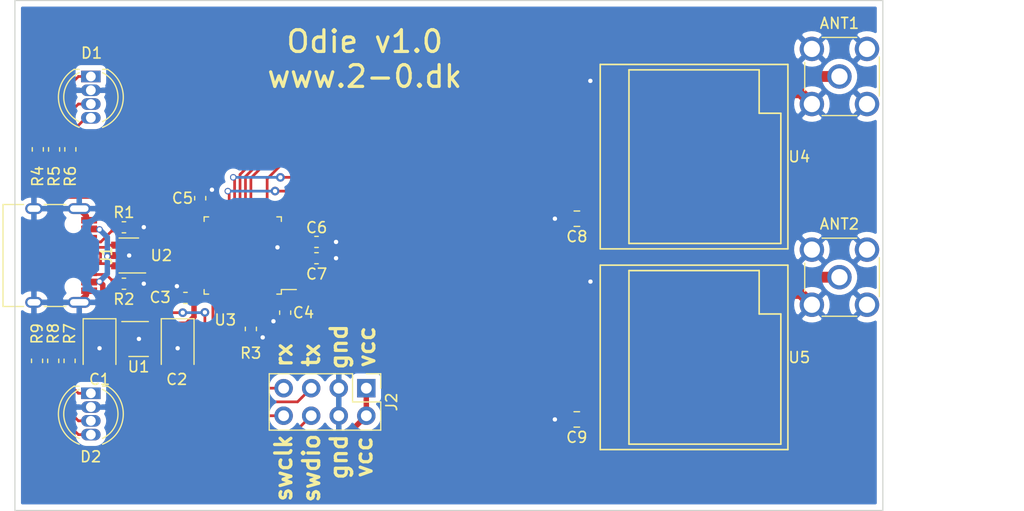
<source format=kicad_pcb>
(kicad_pcb (version 20171130) (host pcbnew 5.1.8-db9833491~87~ubuntu20.04.1)

  (general
    (thickness 1.6)
    (drawings 13)
    (tracks 375)
    (zones 0)
    (modules 29)
    (nets 41)
  )

  (page A4)
  (title_block
    (title Odie)
    (date 2018-09-15)
    (rev v1.0)
    (company www.2-0.dk)
  )

  (layers
    (0 F.Cu signal)
    (31 B.Cu signal)
    (32 B.Adhes user)
    (33 F.Adhes user)
    (34 B.Paste user)
    (35 F.Paste user)
    (36 B.SilkS user)
    (37 F.SilkS user)
    (38 B.Mask user)
    (39 F.Mask user)
    (40 Dwgs.User user)
    (41 Cmts.User user)
    (42 Eco1.User user)
    (43 Eco2.User user)
    (44 Edge.Cuts user)
    (45 Margin user)
    (46 B.CrtYd user)
    (47 F.CrtYd user)
    (48 B.Fab user hide)
    (49 F.Fab user hide)
  )

  (setup
    (last_trace_width 0.25)
    (trace_clearance 0.2)
    (zone_clearance 0.508)
    (zone_45_only no)
    (trace_min 0.2)
    (via_size 0.8)
    (via_drill 0.4)
    (via_min_size 0.4)
    (via_min_drill 0.3)
    (uvia_size 0.3)
    (uvia_drill 0.1)
    (uvias_allowed no)
    (uvia_min_size 0.2)
    (uvia_min_drill 0.1)
    (edge_width 0.1)
    (segment_width 0.2)
    (pcb_text_width 0.3)
    (pcb_text_size 1.5 1.5)
    (mod_edge_width 0.15)
    (mod_text_size 1 1)
    (mod_text_width 0.15)
    (pad_size 1.325 2.35)
    (pad_drill 0)
    (pad_to_mask_clearance 0)
    (aux_axis_origin 0 0)
    (visible_elements FFFFFF7F)
    (pcbplotparams
      (layerselection 0x010fc_ffffffff)
      (usegerberextensions false)
      (usegerberattributes false)
      (usegerberadvancedattributes false)
      (creategerberjobfile false)
      (excludeedgelayer true)
      (linewidth 0.100000)
      (plotframeref false)
      (viasonmask false)
      (mode 1)
      (useauxorigin false)
      (hpglpennumber 1)
      (hpglpenspeed 20)
      (hpglpendiameter 15.000000)
      (psnegative false)
      (psa4output false)
      (plotreference true)
      (plotvalue true)
      (plotinvisibletext false)
      (padsonsilk false)
      (subtractmaskfromsilk false)
      (outputformat 1)
      (mirror false)
      (drillshape 0)
      (scaleselection 1)
      (outputdirectory "plots"))
  )

  (net 0 "")
  (net 1 GND)
  (net 2 vusb)
  (net 3 +3V3)
  (net 4 "Net-(D1-Pad1)")
  (net 5 "Net-(D2-Pad1)")
  (net 6 "Net-(J1-PadB5)")
  (net 7 usb_dp)
  (net 8 usb_dm)
  (net 9 "Net-(J1-PadA5)")
  (net 10 led1_red)
  (net 11 led1_green)
  (net 12 led2_red)
  (net 13 led2_green)
  (net 14 "Net-(D1-Pad4)")
  (net 15 "Net-(D1-Pad3)")
  (net 16 "Net-(D2-Pad3)")
  (net 17 "Net-(D2-Pad4)")
  (net 18 led1_blue)
  (net 19 led2_blue)
  (net 20 boot0)
  (net 21 nrst)
  (net 22 "Net-(ANT1-Pad1)")
  (net 23 "Net-(ANT2-Pad1)")
  (net 24 uart_tx)
  (net 25 swdio)
  (net 26 uart_rx)
  (net 27 swclk)
  (net 28 cs_radio868)
  (net 29 cs_radio433)
  (net 30 spi_sck)
  (net 31 spi_miso)
  (net 32 spi_mosi)
  (net 33 dio0_radio868)
  (net 34 dio1_radio868)
  (net 35 dio2_radio868)
  (net 36 reset_radio433)
  (net 37 dio0_radio433)
  (net 38 dio2_radio433)
  (net 39 dio1_radio433)
  (net 40 reset_radio868)

  (net_class Default "This is the default net class."
    (clearance 0.2)
    (trace_width 0.25)
    (via_dia 0.8)
    (via_drill 0.4)
    (uvia_dia 0.3)
    (uvia_drill 0.1)
    (add_net +3V3)
    (add_net GND)
    (add_net "Net-(ANT1-Pad1)")
    (add_net "Net-(ANT2-Pad1)")
    (add_net "Net-(D1-Pad1)")
    (add_net "Net-(D1-Pad3)")
    (add_net "Net-(D1-Pad4)")
    (add_net "Net-(D2-Pad1)")
    (add_net "Net-(D2-Pad3)")
    (add_net "Net-(D2-Pad4)")
    (add_net "Net-(J1-PadA5)")
    (add_net "Net-(J1-PadB5)")
    (add_net boot0)
    (add_net cs_radio433)
    (add_net cs_radio868)
    (add_net dio0_radio433)
    (add_net dio0_radio868)
    (add_net dio1_radio433)
    (add_net dio1_radio868)
    (add_net dio2_radio433)
    (add_net dio2_radio868)
    (add_net led1_blue)
    (add_net led1_green)
    (add_net led1_red)
    (add_net led2_blue)
    (add_net led2_green)
    (add_net led2_red)
    (add_net nrst)
    (add_net reset_radio433)
    (add_net reset_radio868)
    (add_net spi_miso)
    (add_net spi_mosi)
    (add_net spi_sck)
    (add_net swclk)
    (add_net swdio)
    (add_net uart_rx)
    (add_net uart_tx)
    (add_net usb_dm)
    (add_net usb_dp)
    (add_net vusb)
  )

  (module Package_QFP:LQFP-48_7x7mm_P0.5mm (layer F.Cu) (tedit 5A5E2375) (tstamp 5B70C7BD)
    (at 141 113.5 180)
    (descr "48 LEAD LQFP 7x7mm (see MICREL LQFP7x7-48LD-PL-1.pdf)")
    (tags "QFP 0.5")
    (path /5B48B53E/5B66E0BD)
    (attr smd)
    (fp_text reference U3 (at 1.61 -5.94 180) (layer F.SilkS)
      (effects (font (size 1 1) (thickness 0.15)))
    )
    (fp_text value STM32F072C8Tx (at 0 6 180) (layer F.Fab)
      (effects (font (size 1 1) (thickness 0.15)))
    )
    (fp_line (start -3.13 -3.75) (end -3.75 -3.75) (layer F.CrtYd) (width 0.05))
    (fp_line (start -3.75 -3.13) (end -3.75 -3.75) (layer F.CrtYd) (width 0.05))
    (fp_line (start -3.13 3.75) (end -3.75 3.75) (layer F.CrtYd) (width 0.05))
    (fp_line (start -3.75 3.13) (end -3.75 3.75) (layer F.CrtYd) (width 0.05))
    (fp_line (start 3.75 -3.13) (end 3.75 -3.75) (layer F.CrtYd) (width 0.05))
    (fp_line (start 3.13 -3.75) (end 3.75 -3.75) (layer F.CrtYd) (width 0.05))
    (fp_line (start -3.13 3.75) (end -3.13 5.25) (layer F.CrtYd) (width 0.05))
    (fp_line (start -3.75 3.13) (end -5.25 3.13) (layer F.CrtYd) (width 0.05))
    (fp_line (start -3.75 -3.13) (end -5.25 -3.13) (layer F.CrtYd) (width 0.05))
    (fp_line (start -3.13 -3.75) (end -3.13 -5.25) (layer F.CrtYd) (width 0.05))
    (fp_line (start 3.13 -3.75) (end 3.13 -5.25) (layer F.CrtYd) (width 0.05))
    (fp_line (start 3.75 -3.13) (end 5.25 -3.13) (layer F.CrtYd) (width 0.05))
    (fp_line (start 3.75 3.13) (end 5.25 3.13) (layer F.CrtYd) (width 0.05))
    (fp_line (start -3.56 3.56) (end -3.14 3.56) (layer F.SilkS) (width 0.12))
    (fp_line (start -3.56 -3.56) (end -3.56 -3.14) (layer F.SilkS) (width 0.12))
    (fp_line (start -3.56 -3.14) (end -4.94 -3.14) (layer F.SilkS) (width 0.12))
    (fp_line (start 3.56 -3.56) (end 3.14 -3.56) (layer F.SilkS) (width 0.12))
    (fp_line (start 3.56 3.56) (end 3.14 3.56) (layer F.SilkS) (width 0.12))
    (fp_line (start -3.56 -3.56) (end -3.14 -3.56) (layer F.SilkS) (width 0.12))
    (fp_line (start -3.56 3.56) (end -3.56 3.14) (layer F.SilkS) (width 0.12))
    (fp_line (start 3.56 3.56) (end 3.56 3.14) (layer F.SilkS) (width 0.12))
    (fp_line (start 3.56 -3.56) (end 3.56 -3.14) (layer F.SilkS) (width 0.12))
    (fp_line (start -3.13 5.25) (end 3.13 5.25) (layer F.CrtYd) (width 0.05))
    (fp_line (start -3.13 -5.25) (end 3.13 -5.25) (layer F.CrtYd) (width 0.05))
    (fp_line (start 5.25 -3.13) (end 5.25 3.13) (layer F.CrtYd) (width 0.05))
    (fp_line (start -5.25 -3.13) (end -5.25 3.13) (layer F.CrtYd) (width 0.05))
    (fp_line (start -3.5 -2.5) (end -2.5 -3.5) (layer F.Fab) (width 0.1))
    (fp_line (start -3.5 3.5) (end -3.5 -2.5) (layer F.Fab) (width 0.1))
    (fp_line (start 3.5 3.5) (end -3.5 3.5) (layer F.Fab) (width 0.1))
    (fp_line (start 3.5 -3.5) (end 3.5 3.5) (layer F.Fab) (width 0.1))
    (fp_line (start -2.5 -3.5) (end 3.5 -3.5) (layer F.Fab) (width 0.1))
    (fp_line (start 3.13 5.25) (end 3.13 3.75) (layer F.CrtYd) (width 0.05))
    (fp_line (start 3.75 3.13) (end 3.75 3.75) (layer F.CrtYd) (width 0.05))
    (fp_line (start 3.13 3.75) (end 3.75 3.75) (layer F.CrtYd) (width 0.05))
    (fp_text user %R (at 0 0 180) (layer F.Fab)
      (effects (font (size 1 1) (thickness 0.15)))
    )
    (pad 1 smd rect (at -4.35 -2.75 180) (size 1.3 0.25) (layers F.Cu F.Paste F.Mask)
      (net 3 +3V3))
    (pad 2 smd rect (at -4.35 -2.25 180) (size 1.3 0.25) (layers F.Cu F.Paste F.Mask)
      (net 33 dio0_radio868))
    (pad 3 smd rect (at -4.35 -1.75 180) (size 1.3 0.25) (layers F.Cu F.Paste F.Mask)
      (net 34 dio1_radio868))
    (pad 4 smd rect (at -4.35 -1.25 180) (size 1.3 0.25) (layers F.Cu F.Paste F.Mask)
      (net 35 dio2_radio868))
    (pad 5 smd rect (at -4.35 -0.75 180) (size 1.3 0.25) (layers F.Cu F.Paste F.Mask))
    (pad 6 smd rect (at -4.35 -0.25 180) (size 1.3 0.25) (layers F.Cu F.Paste F.Mask))
    (pad 7 smd rect (at -4.35 0.25 180) (size 1.3 0.25) (layers F.Cu F.Paste F.Mask)
      (net 21 nrst))
    (pad 8 smd rect (at -4.35 0.75 180) (size 1.3 0.25) (layers F.Cu F.Paste F.Mask)
      (net 1 GND))
    (pad 9 smd rect (at -4.35 1.25 180) (size 1.3 0.25) (layers F.Cu F.Paste F.Mask)
      (net 3 +3V3))
    (pad 10 smd rect (at -4.35 1.75 180) (size 1.3 0.25) (layers F.Cu F.Paste F.Mask))
    (pad 11 smd rect (at -4.35 2.25 180) (size 1.3 0.25) (layers F.Cu F.Paste F.Mask)
      (net 28 cs_radio868))
    (pad 12 smd rect (at -4.35 2.75 180) (size 1.3 0.25) (layers F.Cu F.Paste F.Mask)
      (net 36 reset_radio433))
    (pad 13 smd rect (at -2.75 4.35 270) (size 1.3 0.25) (layers F.Cu F.Paste F.Mask)
      (net 37 dio0_radio433))
    (pad 14 smd rect (at -2.25 4.35 270) (size 1.3 0.25) (layers F.Cu F.Paste F.Mask)
      (net 29 cs_radio433))
    (pad 15 smd rect (at -1.75 4.35 270) (size 1.3 0.25) (layers F.Cu F.Paste F.Mask)
      (net 30 spi_sck))
    (pad 16 smd rect (at -1.25 4.35 270) (size 1.3 0.25) (layers F.Cu F.Paste F.Mask)
      (net 31 spi_miso))
    (pad 17 smd rect (at -0.75 4.35 270) (size 1.3 0.25) (layers F.Cu F.Paste F.Mask)
      (net 32 spi_mosi))
    (pad 18 smd rect (at -0.25 4.35 270) (size 1.3 0.25) (layers F.Cu F.Paste F.Mask)
      (net 31 spi_miso))
    (pad 19 smd rect (at 0.25 4.35 270) (size 1.3 0.25) (layers F.Cu F.Paste F.Mask)
      (net 30 spi_sck))
    (pad 20 smd rect (at 0.75 4.35 270) (size 1.3 0.25) (layers F.Cu F.Paste F.Mask)
      (net 38 dio2_radio433))
    (pad 21 smd rect (at 1.25 4.35 270) (size 1.3 0.25) (layers F.Cu F.Paste F.Mask)
      (net 39 dio1_radio433))
    (pad 22 smd rect (at 1.75 4.35 270) (size 1.3 0.25) (layers F.Cu F.Paste F.Mask))
    (pad 23 smd rect (at 2.25 4.35 270) (size 1.3 0.25) (layers F.Cu F.Paste F.Mask)
      (net 1 GND))
    (pad 24 smd rect (at 2.75 4.35 270) (size 1.3 0.25) (layers F.Cu F.Paste F.Mask)
      (net 3 +3V3))
    (pad 25 smd rect (at 4.35 2.75 180) (size 1.3 0.25) (layers F.Cu F.Paste F.Mask))
    (pad 26 smd rect (at 4.35 2.25 180) (size 1.3 0.25) (layers F.Cu F.Paste F.Mask)
      (net 18 led1_blue))
    (pad 27 smd rect (at 4.35 1.75 180) (size 1.3 0.25) (layers F.Cu F.Paste F.Mask)
      (net 11 led1_green))
    (pad 28 smd rect (at 4.35 1.25 180) (size 1.3 0.25) (layers F.Cu F.Paste F.Mask)
      (net 10 led1_red))
    (pad 29 smd rect (at 4.35 0.75 180) (size 1.3 0.25) (layers F.Cu F.Paste F.Mask)
      (net 19 led2_blue))
    (pad 30 smd rect (at 4.35 0.25 180) (size 1.3 0.25) (layers F.Cu F.Paste F.Mask)
      (net 13 led2_green))
    (pad 31 smd rect (at 4.35 -0.25 180) (size 1.3 0.25) (layers F.Cu F.Paste F.Mask)
      (net 12 led2_red))
    (pad 32 smd rect (at 4.35 -0.75 180) (size 1.3 0.25) (layers F.Cu F.Paste F.Mask)
      (net 8 usb_dm))
    (pad 33 smd rect (at 4.35 -1.25 180) (size 1.3 0.25) (layers F.Cu F.Paste F.Mask)
      (net 7 usb_dp))
    (pad 34 smd rect (at 4.35 -1.75 180) (size 1.3 0.25) (layers F.Cu F.Paste F.Mask)
      (net 25 swdio))
    (pad 35 smd rect (at 4.35 -2.25 180) (size 1.3 0.25) (layers F.Cu F.Paste F.Mask)
      (net 1 GND))
    (pad 36 smd rect (at 4.35 -2.75 180) (size 1.3 0.25) (layers F.Cu F.Paste F.Mask)
      (net 3 +3V3))
    (pad 37 smd rect (at 2.75 -4.35 270) (size 1.3 0.25) (layers F.Cu F.Paste F.Mask)
      (net 27 swclk))
    (pad 38 smd rect (at 2.25 -4.35 270) (size 1.3 0.25) (layers F.Cu F.Paste F.Mask))
    (pad 39 smd rect (at 1.75 -4.35 270) (size 1.3 0.25) (layers F.Cu F.Paste F.Mask))
    (pad 40 smd rect (at 1.25 -4.35 270) (size 1.3 0.25) (layers F.Cu F.Paste F.Mask))
    (pad 41 smd rect (at 0.75 -4.35 270) (size 1.3 0.25) (layers F.Cu F.Paste F.Mask))
    (pad 42 smd rect (at 0.25 -4.35 270) (size 1.3 0.25) (layers F.Cu F.Paste F.Mask)
      (net 24 uart_tx))
    (pad 43 smd rect (at -0.25 -4.35 270) (size 1.3 0.25) (layers F.Cu F.Paste F.Mask)
      (net 26 uart_rx))
    (pad 44 smd rect (at -0.75 -4.35 270) (size 1.3 0.25) (layers F.Cu F.Paste F.Mask)
      (net 20 boot0))
    (pad 45 smd rect (at -1.25 -4.35 270) (size 1.3 0.25) (layers F.Cu F.Paste F.Mask))
    (pad 46 smd rect (at -1.75 -4.35 270) (size 1.3 0.25) (layers F.Cu F.Paste F.Mask)
      (net 40 reset_radio868))
    (pad 47 smd rect (at -2.25 -4.35 270) (size 1.3 0.25) (layers F.Cu F.Paste F.Mask)
      (net 1 GND))
    (pad 48 smd rect (at -2.75 -4.35 270) (size 1.3 0.25) (layers F.Cu F.Paste F.Mask)
      (net 3 +3V3))
    (model ${KISYS3DMOD}/Package_QFP.3dshapes/LQFP-48_7x7mm_P0.5mm.wrl
      (at (xyz 0 0 0))
      (scale (xyz 1 1 1))
      (rotate (xyz 0 0 0))
    )
  )

  (module Resistor_SMD:R_0603_1608Metric (layer F.Cu) (tedit 5B301BBD) (tstamp 5B70C6D5)
    (at 130.05 110.9 180)
    (descr "Resistor SMD 0603 (1608 Metric), square (rectangular) end terminal, IPC_7351 nominal, (Body size source: http://www.tortai-tech.com/upload/download/2011102023233369053.pdf), generated with kicad-footprint-generator")
    (tags resistor)
    (path /5B48B53E/5B66E0CD)
    (attr smd)
    (fp_text reference R1 (at 0 1.37 180) (layer F.SilkS)
      (effects (font (size 1 1) (thickness 0.15)))
    )
    (fp_text value 5k1 (at 0 1.43 180) (layer F.Fab)
      (effects (font (size 1 1) (thickness 0.15)))
    )
    (fp_line (start 1.48 0.73) (end -1.48 0.73) (layer F.CrtYd) (width 0.05))
    (fp_line (start 1.48 -0.73) (end 1.48 0.73) (layer F.CrtYd) (width 0.05))
    (fp_line (start -1.48 -0.73) (end 1.48 -0.73) (layer F.CrtYd) (width 0.05))
    (fp_line (start -1.48 0.73) (end -1.48 -0.73) (layer F.CrtYd) (width 0.05))
    (fp_line (start -0.162779 0.51) (end 0.162779 0.51) (layer F.SilkS) (width 0.12))
    (fp_line (start -0.162779 -0.51) (end 0.162779 -0.51) (layer F.SilkS) (width 0.12))
    (fp_line (start 0.8 0.4) (end -0.8 0.4) (layer F.Fab) (width 0.1))
    (fp_line (start 0.8 -0.4) (end 0.8 0.4) (layer F.Fab) (width 0.1))
    (fp_line (start -0.8 -0.4) (end 0.8 -0.4) (layer F.Fab) (width 0.1))
    (fp_line (start -0.8 0.4) (end -0.8 -0.4) (layer F.Fab) (width 0.1))
    (fp_text user %R (at 0 0 180) (layer F.Fab)
      (effects (font (size 0.4 0.4) (thickness 0.06)))
    )
    (pad 1 smd roundrect (at -0.7875 0 180) (size 0.875 0.95) (layers F.Cu F.Paste F.Mask) (roundrect_rratio 0.25)
      (net 1 GND))
    (pad 2 smd roundrect (at 0.7875 0 180) (size 0.875 0.95) (layers F.Cu F.Paste F.Mask) (roundrect_rratio 0.25)
      (net 9 "Net-(J1-PadA5)"))
    (model ${KISYS3DMOD}/Resistor_SMD.3dshapes/R_0603_1608Metric.wrl
      (at (xyz 0 0 0))
      (scale (xyz 1 1 1))
      (rotate (xyz 0 0 0))
    )
  )

  (module Capacitor_Tantalum_SMD:CP_EIA-3528-12_Kemet-T (layer F.Cu) (tedit 5B342532) (tstamp 5B731B0F)
    (at 127.8 121.79 270)
    (descr "Tantalum Capacitor SMD Kemet-T (3528-12 Metric), IPC_7351 nominal, (Body size from: http://www.kemet.com/Lists/ProductCatalog/Attachments/253/KEM_TC101_STD.pdf), generated with kicad-footprint-generator")
    (tags "capacitor tantalum")
    (path /5B48B53E/5B66E084)
    (attr smd)
    (fp_text reference C1 (at 3.13 -0.01) (layer F.SilkS)
      (effects (font (size 1 1) (thickness 0.15)))
    )
    (fp_text value 10u (at 0 2.35 270) (layer F.Fab)
      (effects (font (size 1 1) (thickness 0.15)))
    )
    (fp_line (start 1.75 -1.4) (end -1.05 -1.4) (layer F.Fab) (width 0.1))
    (fp_line (start -1.05 -1.4) (end -1.75 -0.7) (layer F.Fab) (width 0.1))
    (fp_line (start -1.75 -0.7) (end -1.75 1.4) (layer F.Fab) (width 0.1))
    (fp_line (start -1.75 1.4) (end 1.75 1.4) (layer F.Fab) (width 0.1))
    (fp_line (start 1.75 1.4) (end 1.75 -1.4) (layer F.Fab) (width 0.1))
    (fp_line (start 1.75 -1.51) (end -2.46 -1.51) (layer F.SilkS) (width 0.12))
    (fp_line (start -2.46 -1.51) (end -2.46 1.51) (layer F.SilkS) (width 0.12))
    (fp_line (start -2.46 1.51) (end 1.75 1.51) (layer F.SilkS) (width 0.12))
    (fp_line (start -2.45 1.65) (end -2.45 -1.65) (layer F.CrtYd) (width 0.05))
    (fp_line (start -2.45 -1.65) (end 2.45 -1.65) (layer F.CrtYd) (width 0.05))
    (fp_line (start 2.45 -1.65) (end 2.45 1.65) (layer F.CrtYd) (width 0.05))
    (fp_line (start 2.45 1.65) (end -2.45 1.65) (layer F.CrtYd) (width 0.05))
    (fp_text user %R (at 0 0 270) (layer F.Fab)
      (effects (font (size 0.88 0.88) (thickness 0.13)))
    )
    (pad 2 smd roundrect (at 1.5375 0 270) (size 1.325 2.35) (layers F.Cu F.Paste F.Mask) (roundrect_rratio 0.1886784905660377)
      (net 1 GND))
    (pad 1 smd roundrect (at -1.5375 0 270) (size 1.325 2.35) (layers F.Cu F.Paste F.Mask) (roundrect_rratio 0.1886784905660377)
      (net 2 vusb))
    (model ${KISYS3DMOD}/Capacitor_Tantalum_SMD.3dshapes/CP_EIA-3528-12_Kemet-T.wrl
      (at (xyz 0 0 0))
      (scale (xyz 1 1 1))
      (rotate (xyz 0 0 0))
    )
  )

  (module Capacitor_Tantalum_SMD:CP_EIA-3528-12_Kemet-T (layer F.Cu) (tedit 5B342532) (tstamp 5B70C5D4)
    (at 135 121.7875 270)
    (descr "Tantalum Capacitor SMD Kemet-T (3528-12 Metric), IPC_7351 nominal, (Body size from: http://www.kemet.com/Lists/ProductCatalog/Attachments/253/KEM_TC101_STD.pdf), generated with kicad-footprint-generator")
    (tags "capacitor tantalum")
    (path /5B48B53E/5B66E08B)
    (attr smd)
    (fp_text reference C2 (at 3.1325 0.08) (layer F.SilkS)
      (effects (font (size 1 1) (thickness 0.15)))
    )
    (fp_text value 22u (at 0 2.35 270) (layer F.Fab)
      (effects (font (size 1 1) (thickness 0.15)))
    )
    (fp_line (start 2.45 1.65) (end -2.45 1.65) (layer F.CrtYd) (width 0.05))
    (fp_line (start 2.45 -1.65) (end 2.45 1.65) (layer F.CrtYd) (width 0.05))
    (fp_line (start -2.45 -1.65) (end 2.45 -1.65) (layer F.CrtYd) (width 0.05))
    (fp_line (start -2.45 1.65) (end -2.45 -1.65) (layer F.CrtYd) (width 0.05))
    (fp_line (start -2.46 1.51) (end 1.75 1.51) (layer F.SilkS) (width 0.12))
    (fp_line (start -2.46 -1.51) (end -2.46 1.51) (layer F.SilkS) (width 0.12))
    (fp_line (start 1.75 -1.51) (end -2.46 -1.51) (layer F.SilkS) (width 0.12))
    (fp_line (start 1.75 1.4) (end 1.75 -1.4) (layer F.Fab) (width 0.1))
    (fp_line (start -1.75 1.4) (end 1.75 1.4) (layer F.Fab) (width 0.1))
    (fp_line (start -1.75 -0.7) (end -1.75 1.4) (layer F.Fab) (width 0.1))
    (fp_line (start -1.05 -1.4) (end -1.75 -0.7) (layer F.Fab) (width 0.1))
    (fp_line (start 1.75 -1.4) (end -1.05 -1.4) (layer F.Fab) (width 0.1))
    (fp_text user %R (at 0 0 270) (layer F.Fab)
      (effects (font (size 0.88 0.88) (thickness 0.13)))
    )
    (pad 1 smd roundrect (at -1.5375 0 270) (size 1.325 2.35) (layers F.Cu F.Paste F.Mask) (roundrect_rratio 0.1886784905660377)
      (net 3 +3V3))
    (pad 2 smd roundrect (at 1.5375 0 270) (size 1.325 2.35) (layers F.Cu F.Paste F.Mask) (roundrect_rratio 0.1886784905660377)
      (net 1 GND))
    (model ${KISYS3DMOD}/Capacitor_Tantalum_SMD.3dshapes/CP_EIA-3528-12_Kemet-T.wrl
      (at (xyz 0 0 0))
      (scale (xyz 1 1 1))
      (rotate (xyz 0 0 0))
    )
  )

  (module Capacitor_SMD:C_0603_1608Metric (layer F.Cu) (tedit 5B301BBE) (tstamp 5B64C66C)
    (at 135.72 117.41 180)
    (descr "Capacitor SMD 0603 (1608 Metric), square (rectangular) end terminal, IPC_7351 nominal, (Body size source: http://www.tortai-tech.com/upload/download/2011102023233369053.pdf), generated with kicad-footprint-generator")
    (tags capacitor)
    (path /5B48B53E/5B66E109)
    (attr smd)
    (fp_text reference C3 (at 2.33 0.05) (layer F.SilkS)
      (effects (font (size 1 1) (thickness 0.15)))
    )
    (fp_text value 100n (at 0 1.43 180) (layer F.Fab)
      (effects (font (size 1 1) (thickness 0.15)))
    )
    (fp_line (start -0.8 0.4) (end -0.8 -0.4) (layer F.Fab) (width 0.1))
    (fp_line (start -0.8 -0.4) (end 0.8 -0.4) (layer F.Fab) (width 0.1))
    (fp_line (start 0.8 -0.4) (end 0.8 0.4) (layer F.Fab) (width 0.1))
    (fp_line (start 0.8 0.4) (end -0.8 0.4) (layer F.Fab) (width 0.1))
    (fp_line (start -0.162779 -0.51) (end 0.162779 -0.51) (layer F.SilkS) (width 0.12))
    (fp_line (start -0.162779 0.51) (end 0.162779 0.51) (layer F.SilkS) (width 0.12))
    (fp_line (start -1.48 0.73) (end -1.48 -0.73) (layer F.CrtYd) (width 0.05))
    (fp_line (start -1.48 -0.73) (end 1.48 -0.73) (layer F.CrtYd) (width 0.05))
    (fp_line (start 1.48 -0.73) (end 1.48 0.73) (layer F.CrtYd) (width 0.05))
    (fp_line (start 1.48 0.73) (end -1.48 0.73) (layer F.CrtYd) (width 0.05))
    (fp_text user %R (at 0 0 180) (layer F.Fab)
      (effects (font (size 0.4 0.4) (thickness 0.06)))
    )
    (pad 2 smd roundrect (at 0.7875 0 180) (size 0.875 0.95) (layers F.Cu F.Paste F.Mask) (roundrect_rratio 0.25)
      (net 1 GND))
    (pad 1 smd roundrect (at -0.7875 0 180) (size 0.875 0.95) (layers F.Cu F.Paste F.Mask) (roundrect_rratio 0.25)
      (net 3 +3V3))
    (model ${KISYS3DMOD}/Capacitor_SMD.3dshapes/C_0603_1608Metric.wrl
      (at (xyz 0 0 0))
      (scale (xyz 1 1 1))
      (rotate (xyz 0 0 0))
    )
  )

  (module Capacitor_SMD:C_0603_1608Metric (layer F.Cu) (tedit 5B301BBE) (tstamp 5B72D5ED)
    (at 144.91 118.77 270)
    (descr "Capacitor SMD 0603 (1608 Metric), square (rectangular) end terminal, IPC_7351 nominal, (Body size source: http://www.tortai-tech.com/upload/download/2011102023233369053.pdf), generated with kicad-footprint-generator")
    (tags capacitor)
    (path /5B48B53E/5B66E110)
    (attr smd)
    (fp_text reference C4 (at 0 -1.69) (layer F.SilkS)
      (effects (font (size 1 1) (thickness 0.15)))
    )
    (fp_text value 100n (at 0 1.43 270) (layer F.Fab)
      (effects (font (size 1 1) (thickness 0.15)))
    )
    (fp_line (start 1.48 0.73) (end -1.48 0.73) (layer F.CrtYd) (width 0.05))
    (fp_line (start 1.48 -0.73) (end 1.48 0.73) (layer F.CrtYd) (width 0.05))
    (fp_line (start -1.48 -0.73) (end 1.48 -0.73) (layer F.CrtYd) (width 0.05))
    (fp_line (start -1.48 0.73) (end -1.48 -0.73) (layer F.CrtYd) (width 0.05))
    (fp_line (start -0.162779 0.51) (end 0.162779 0.51) (layer F.SilkS) (width 0.12))
    (fp_line (start -0.162779 -0.51) (end 0.162779 -0.51) (layer F.SilkS) (width 0.12))
    (fp_line (start 0.8 0.4) (end -0.8 0.4) (layer F.Fab) (width 0.1))
    (fp_line (start 0.8 -0.4) (end 0.8 0.4) (layer F.Fab) (width 0.1))
    (fp_line (start -0.8 -0.4) (end 0.8 -0.4) (layer F.Fab) (width 0.1))
    (fp_line (start -0.8 0.4) (end -0.8 -0.4) (layer F.Fab) (width 0.1))
    (fp_text user %R (at 0 0 270) (layer F.Fab)
      (effects (font (size 0.4 0.4) (thickness 0.06)))
    )
    (pad 1 smd roundrect (at -0.7875 0 270) (size 0.875 0.95) (layers F.Cu F.Paste F.Mask) (roundrect_rratio 0.25)
      (net 3 +3V3))
    (pad 2 smd roundrect (at 0.7875 0 270) (size 0.875 0.95) (layers F.Cu F.Paste F.Mask) (roundrect_rratio 0.25)
      (net 1 GND))
    (model ${KISYS3DMOD}/Capacitor_SMD.3dshapes/C_0603_1608Metric.wrl
      (at (xyz 0 0 0))
      (scale (xyz 1 1 1))
      (rotate (xyz 0 0 0))
    )
  )

  (module Capacitor_SMD:C_0603_1608Metric (layer F.Cu) (tedit 5B301BBE) (tstamp 5B70C607)
    (at 137.08 108.22 90)
    (descr "Capacitor SMD 0603 (1608 Metric), square (rectangular) end terminal, IPC_7351 nominal, (Body size source: http://www.tortai-tech.com/upload/download/2011102023233369053.pdf), generated with kicad-footprint-generator")
    (tags capacitor)
    (path /5B48B53E/5B66E117)
    (attr smd)
    (fp_text reference C5 (at 0 -1.63 180) (layer F.SilkS)
      (effects (font (size 1 1) (thickness 0.15)))
    )
    (fp_text value 100n (at 0 1.43 90) (layer F.Fab)
      (effects (font (size 1 1) (thickness 0.15)))
    )
    (fp_line (start -0.8 0.4) (end -0.8 -0.4) (layer F.Fab) (width 0.1))
    (fp_line (start -0.8 -0.4) (end 0.8 -0.4) (layer F.Fab) (width 0.1))
    (fp_line (start 0.8 -0.4) (end 0.8 0.4) (layer F.Fab) (width 0.1))
    (fp_line (start 0.8 0.4) (end -0.8 0.4) (layer F.Fab) (width 0.1))
    (fp_line (start -0.162779 -0.51) (end 0.162779 -0.51) (layer F.SilkS) (width 0.12))
    (fp_line (start -0.162779 0.51) (end 0.162779 0.51) (layer F.SilkS) (width 0.12))
    (fp_line (start -1.48 0.73) (end -1.48 -0.73) (layer F.CrtYd) (width 0.05))
    (fp_line (start -1.48 -0.73) (end 1.48 -0.73) (layer F.CrtYd) (width 0.05))
    (fp_line (start 1.48 -0.73) (end 1.48 0.73) (layer F.CrtYd) (width 0.05))
    (fp_line (start 1.48 0.73) (end -1.48 0.73) (layer F.CrtYd) (width 0.05))
    (fp_text user %R (at 0 0 90) (layer F.Fab)
      (effects (font (size 0.4 0.4) (thickness 0.06)))
    )
    (pad 2 smd roundrect (at 0.7875 0 90) (size 0.875 0.95) (layers F.Cu F.Paste F.Mask) (roundrect_rratio 0.25)
      (net 1 GND))
    (pad 1 smd roundrect (at -0.7875 0 90) (size 0.875 0.95) (layers F.Cu F.Paste F.Mask) (roundrect_rratio 0.25)
      (net 3 +3V3))
    (model ${KISYS3DMOD}/Capacitor_SMD.3dshapes/C_0603_1608Metric.wrl
      (at (xyz 0 0 0))
      (scale (xyz 1 1 1))
      (rotate (xyz 0 0 0))
    )
  )

  (module Capacitor_SMD:C_0603_1608Metric (layer F.Cu) (tedit 5B301BBE) (tstamp 5B70C618)
    (at 147.8 112.25)
    (descr "Capacitor SMD 0603 (1608 Metric), square (rectangular) end terminal, IPC_7351 nominal, (Body size source: http://www.tortai-tech.com/upload/download/2011102023233369053.pdf), generated with kicad-footprint-generator")
    (tags capacitor)
    (path /5B48B53E/5B66E0FB)
    (attr smd)
    (fp_text reference C6 (at 0.01 -1.32 180) (layer F.SilkS)
      (effects (font (size 1 1) (thickness 0.15)))
    )
    (fp_text value 100n (at 0 1.43) (layer F.Fab)
      (effects (font (size 1 1) (thickness 0.15)))
    )
    (fp_line (start 1.48 0.73) (end -1.48 0.73) (layer F.CrtYd) (width 0.05))
    (fp_line (start 1.48 -0.73) (end 1.48 0.73) (layer F.CrtYd) (width 0.05))
    (fp_line (start -1.48 -0.73) (end 1.48 -0.73) (layer F.CrtYd) (width 0.05))
    (fp_line (start -1.48 0.73) (end -1.48 -0.73) (layer F.CrtYd) (width 0.05))
    (fp_line (start -0.162779 0.51) (end 0.162779 0.51) (layer F.SilkS) (width 0.12))
    (fp_line (start -0.162779 -0.51) (end 0.162779 -0.51) (layer F.SilkS) (width 0.12))
    (fp_line (start 0.8 0.4) (end -0.8 0.4) (layer F.Fab) (width 0.1))
    (fp_line (start 0.8 -0.4) (end 0.8 0.4) (layer F.Fab) (width 0.1))
    (fp_line (start -0.8 -0.4) (end 0.8 -0.4) (layer F.Fab) (width 0.1))
    (fp_line (start -0.8 0.4) (end -0.8 -0.4) (layer F.Fab) (width 0.1))
    (fp_text user %R (at 0 0) (layer F.Fab)
      (effects (font (size 0.4 0.4) (thickness 0.06)))
    )
    (pad 1 smd roundrect (at -0.7875 0) (size 0.875 0.95) (layers F.Cu F.Paste F.Mask) (roundrect_rratio 0.25)
      (net 3 +3V3))
    (pad 2 smd roundrect (at 0.7875 0) (size 0.875 0.95) (layers F.Cu F.Paste F.Mask) (roundrect_rratio 0.25)
      (net 1 GND))
    (model ${KISYS3DMOD}/Capacitor_SMD.3dshapes/C_0603_1608Metric.wrl
      (at (xyz 0 0 0))
      (scale (xyz 1 1 1))
      (rotate (xyz 0 0 0))
    )
  )

  (module Capacitor_SMD:C_0603_1608Metric (layer F.Cu) (tedit 5B301BBE) (tstamp 5B7EE8DD)
    (at 147.8 113.75)
    (descr "Capacitor SMD 0603 (1608 Metric), square (rectangular) end terminal, IPC_7351 nominal, (Body size source: http://www.tortai-tech.com/upload/download/2011102023233369053.pdf), generated with kicad-footprint-generator")
    (tags capacitor)
    (path /5B48B53E/5B66E11E)
    (attr smd)
    (fp_text reference C7 (at 0.01 1.46 180) (layer F.SilkS)
      (effects (font (size 1 1) (thickness 0.15)))
    )
    (fp_text value 100n (at 0 1.43) (layer F.Fab)
      (effects (font (size 1 1) (thickness 0.15)))
    )
    (fp_line (start 1.48 0.73) (end -1.48 0.73) (layer F.CrtYd) (width 0.05))
    (fp_line (start 1.48 -0.73) (end 1.48 0.73) (layer F.CrtYd) (width 0.05))
    (fp_line (start -1.48 -0.73) (end 1.48 -0.73) (layer F.CrtYd) (width 0.05))
    (fp_line (start -1.48 0.73) (end -1.48 -0.73) (layer F.CrtYd) (width 0.05))
    (fp_line (start -0.162779 0.51) (end 0.162779 0.51) (layer F.SilkS) (width 0.12))
    (fp_line (start -0.162779 -0.51) (end 0.162779 -0.51) (layer F.SilkS) (width 0.12))
    (fp_line (start 0.8 0.4) (end -0.8 0.4) (layer F.Fab) (width 0.1))
    (fp_line (start 0.8 -0.4) (end 0.8 0.4) (layer F.Fab) (width 0.1))
    (fp_line (start -0.8 -0.4) (end 0.8 -0.4) (layer F.Fab) (width 0.1))
    (fp_line (start -0.8 0.4) (end -0.8 -0.4) (layer F.Fab) (width 0.1))
    (fp_text user %R (at 0 0) (layer F.Fab)
      (effects (font (size 0.4 0.4) (thickness 0.06)))
    )
    (pad 1 smd roundrect (at -0.7875 0) (size 0.875 0.95) (layers F.Cu F.Paste F.Mask) (roundrect_rratio 0.25)
      (net 21 nrst))
    (pad 2 smd roundrect (at 0.7875 0) (size 0.875 0.95) (layers F.Cu F.Paste F.Mask) (roundrect_rratio 0.25)
      (net 1 GND))
    (model ${KISYS3DMOD}/Capacitor_SMD.3dshapes/C_0603_1608Metric.wrl
      (at (xyz 0 0 0))
      (scale (xyz 1 1 1))
      (rotate (xyz 0 0 0))
    )
  )

  (module Resistor_SMD:R_0603_1608Metric (layer F.Cu) (tedit 5B301BBD) (tstamp 5B70735D)
    (at 130.05 116.1 180)
    (descr "Resistor SMD 0603 (1608 Metric), square (rectangular) end terminal, IPC_7351 nominal, (Body size source: http://www.tortai-tech.com/upload/download/2011102023233369053.pdf), generated with kicad-footprint-generator")
    (tags resistor)
    (path /5B48B53E/5B66E0D4)
    (attr smd)
    (fp_text reference R2 (at 0 -1.43 180) (layer F.SilkS)
      (effects (font (size 1 1) (thickness 0.15)))
    )
    (fp_text value 5k1 (at 0 1.43 180) (layer F.Fab)
      (effects (font (size 1 1) (thickness 0.15)))
    )
    (fp_line (start -0.8 0.4) (end -0.8 -0.4) (layer F.Fab) (width 0.1))
    (fp_line (start -0.8 -0.4) (end 0.8 -0.4) (layer F.Fab) (width 0.1))
    (fp_line (start 0.8 -0.4) (end 0.8 0.4) (layer F.Fab) (width 0.1))
    (fp_line (start 0.8 0.4) (end -0.8 0.4) (layer F.Fab) (width 0.1))
    (fp_line (start -0.162779 -0.51) (end 0.162779 -0.51) (layer F.SilkS) (width 0.12))
    (fp_line (start -0.162779 0.51) (end 0.162779 0.51) (layer F.SilkS) (width 0.12))
    (fp_line (start -1.48 0.73) (end -1.48 -0.73) (layer F.CrtYd) (width 0.05))
    (fp_line (start -1.48 -0.73) (end 1.48 -0.73) (layer F.CrtYd) (width 0.05))
    (fp_line (start 1.48 -0.73) (end 1.48 0.73) (layer F.CrtYd) (width 0.05))
    (fp_line (start 1.48 0.73) (end -1.48 0.73) (layer F.CrtYd) (width 0.05))
    (fp_text user %R (at 0 0 180) (layer F.Fab)
      (effects (font (size 0.4 0.4) (thickness 0.06)))
    )
    (pad 2 smd roundrect (at 0.7875 0 180) (size 0.875 0.95) (layers F.Cu F.Paste F.Mask) (roundrect_rratio 0.25)
      (net 6 "Net-(J1-PadB5)"))
    (pad 1 smd roundrect (at -0.7875 0 180) (size 0.875 0.95) (layers F.Cu F.Paste F.Mask) (roundrect_rratio 0.25)
      (net 1 GND))
    (model ${KISYS3DMOD}/Resistor_SMD.3dshapes/R_0603_1608Metric.wrl
      (at (xyz 0 0 0))
      (scale (xyz 1 1 1))
      (rotate (xyz 0 0 0))
    )
  )

  (module Resistor_SMD:R_0603_1608Metric (layer F.Cu) (tedit 5B301BBD) (tstamp 5B70C6F7)
    (at 141.75 120.27 270)
    (descr "Resistor SMD 0603 (1608 Metric), square (rectangular) end terminal, IPC_7351 nominal, (Body size source: http://www.tortai-tech.com/upload/download/2011102023233369053.pdf), generated with kicad-footprint-generator")
    (tags resistor)
    (path /5B48B53E/5B66E102)
    (attr smd)
    (fp_text reference R3 (at 2.23 0.01 180) (layer F.SilkS)
      (effects (font (size 1 1) (thickness 0.15)))
    )
    (fp_text value 100k (at 0 1.43 270) (layer F.Fab)
      (effects (font (size 1 1) (thickness 0.15)))
    )
    (fp_line (start 1.48 0.73) (end -1.48 0.73) (layer F.CrtYd) (width 0.05))
    (fp_line (start 1.48 -0.73) (end 1.48 0.73) (layer F.CrtYd) (width 0.05))
    (fp_line (start -1.48 -0.73) (end 1.48 -0.73) (layer F.CrtYd) (width 0.05))
    (fp_line (start -1.48 0.73) (end -1.48 -0.73) (layer F.CrtYd) (width 0.05))
    (fp_line (start -0.162779 0.51) (end 0.162779 0.51) (layer F.SilkS) (width 0.12))
    (fp_line (start -0.162779 -0.51) (end 0.162779 -0.51) (layer F.SilkS) (width 0.12))
    (fp_line (start 0.8 0.4) (end -0.8 0.4) (layer F.Fab) (width 0.1))
    (fp_line (start 0.8 -0.4) (end 0.8 0.4) (layer F.Fab) (width 0.1))
    (fp_line (start -0.8 -0.4) (end 0.8 -0.4) (layer F.Fab) (width 0.1))
    (fp_line (start -0.8 0.4) (end -0.8 -0.4) (layer F.Fab) (width 0.1))
    (fp_text user %R (at 0 0 270) (layer F.Fab)
      (effects (font (size 0.4 0.4) (thickness 0.06)))
    )
    (pad 1 smd roundrect (at -0.7875 0 270) (size 0.875 0.95) (layers F.Cu F.Paste F.Mask) (roundrect_rratio 0.25)
      (net 20 boot0))
    (pad 2 smd roundrect (at 0.7875 0 270) (size 0.875 0.95) (layers F.Cu F.Paste F.Mask) (roundrect_rratio 0.25)
      (net 1 GND))
    (model ${KISYS3DMOD}/Resistor_SMD.3dshapes/R_0603_1608Metric.wrl
      (at (xyz 0 0 0))
      (scale (xyz 1 1 1))
      (rotate (xyz 0 0 0))
    )
  )

  (module Resistor_SMD:R_0603_1608Metric (layer F.Cu) (tedit 5B301BBD) (tstamp 5B7228D2)
    (at 122.11 103.72 90)
    (descr "Resistor SMD 0603 (1608 Metric), square (rectangular) end terminal, IPC_7351 nominal, (Body size source: http://www.tortai-tech.com/upload/download/2011102023233369053.pdf), generated with kicad-footprint-generator")
    (tags resistor)
    (path /5B48B53E/5B66E1B0)
    (attr smd)
    (fp_text reference R4 (at -2.48 -0.01 90) (layer F.SilkS)
      (effects (font (size 1 1) (thickness 0.15)))
    )
    (fp_text value 470 (at 0 1.43 90) (layer F.Fab)
      (effects (font (size 1 1) (thickness 0.15)))
    )
    (fp_line (start 1.48 0.73) (end -1.48 0.73) (layer F.CrtYd) (width 0.05))
    (fp_line (start 1.48 -0.73) (end 1.48 0.73) (layer F.CrtYd) (width 0.05))
    (fp_line (start -1.48 -0.73) (end 1.48 -0.73) (layer F.CrtYd) (width 0.05))
    (fp_line (start -1.48 0.73) (end -1.48 -0.73) (layer F.CrtYd) (width 0.05))
    (fp_line (start -0.162779 0.51) (end 0.162779 0.51) (layer F.SilkS) (width 0.12))
    (fp_line (start -0.162779 -0.51) (end 0.162779 -0.51) (layer F.SilkS) (width 0.12))
    (fp_line (start 0.8 0.4) (end -0.8 0.4) (layer F.Fab) (width 0.1))
    (fp_line (start 0.8 -0.4) (end 0.8 0.4) (layer F.Fab) (width 0.1))
    (fp_line (start -0.8 -0.4) (end 0.8 -0.4) (layer F.Fab) (width 0.1))
    (fp_line (start -0.8 0.4) (end -0.8 -0.4) (layer F.Fab) (width 0.1))
    (fp_text user %R (at 0 0 90) (layer F.Fab)
      (effects (font (size 0.4 0.4) (thickness 0.06)))
    )
    (pad 1 smd roundrect (at -0.7875 0 90) (size 0.875 0.95) (layers F.Cu F.Paste F.Mask) (roundrect_rratio 0.25)
      (net 10 led1_red))
    (pad 2 smd roundrect (at 0.7875 0 90) (size 0.875 0.95) (layers F.Cu F.Paste F.Mask) (roundrect_rratio 0.25)
      (net 4 "Net-(D1-Pad1)"))
    (model ${KISYS3DMOD}/Resistor_SMD.3dshapes/R_0603_1608Metric.wrl
      (at (xyz 0 0 0))
      (scale (xyz 1 1 1))
      (rotate (xyz 0 0 0))
    )
  )

  (module Resistor_SMD:R_0603_1608Metric (layer F.Cu) (tedit 5B301BBD) (tstamp 5B722902)
    (at 123.61 103.72 90)
    (descr "Resistor SMD 0603 (1608 Metric), square (rectangular) end terminal, IPC_7351 nominal, (Body size source: http://www.tortai-tech.com/upload/download/2011102023233369053.pdf), generated with kicad-footprint-generator")
    (tags resistor)
    (path /5B48B53E/5B66E176)
    (attr smd)
    (fp_text reference R5 (at -2.48 0 90) (layer F.SilkS)
      (effects (font (size 1 1) (thickness 0.15)))
    )
    (fp_text value 470 (at 0 1.43 90) (layer F.Fab)
      (effects (font (size 1 1) (thickness 0.15)))
    )
    (fp_line (start -0.8 0.4) (end -0.8 -0.4) (layer F.Fab) (width 0.1))
    (fp_line (start -0.8 -0.4) (end 0.8 -0.4) (layer F.Fab) (width 0.1))
    (fp_line (start 0.8 -0.4) (end 0.8 0.4) (layer F.Fab) (width 0.1))
    (fp_line (start 0.8 0.4) (end -0.8 0.4) (layer F.Fab) (width 0.1))
    (fp_line (start -0.162779 -0.51) (end 0.162779 -0.51) (layer F.SilkS) (width 0.12))
    (fp_line (start -0.162779 0.51) (end 0.162779 0.51) (layer F.SilkS) (width 0.12))
    (fp_line (start -1.48 0.73) (end -1.48 -0.73) (layer F.CrtYd) (width 0.05))
    (fp_line (start -1.48 -0.73) (end 1.48 -0.73) (layer F.CrtYd) (width 0.05))
    (fp_line (start 1.48 -0.73) (end 1.48 0.73) (layer F.CrtYd) (width 0.05))
    (fp_line (start 1.48 0.73) (end -1.48 0.73) (layer F.CrtYd) (width 0.05))
    (fp_text user %R (at 0 0 90) (layer F.Fab)
      (effects (font (size 0.4 0.4) (thickness 0.06)))
    )
    (pad 2 smd roundrect (at 0.7875 0 90) (size 0.875 0.95) (layers F.Cu F.Paste F.Mask) (roundrect_rratio 0.25)
      (net 15 "Net-(D1-Pad3)"))
    (pad 1 smd roundrect (at -0.7875 0 90) (size 0.875 0.95) (layers F.Cu F.Paste F.Mask) (roundrect_rratio 0.25)
      (net 11 led1_green))
    (model ${KISYS3DMOD}/Resistor_SMD.3dshapes/R_0603_1608Metric.wrl
      (at (xyz 0 0 0))
      (scale (xyz 1 1 1))
      (rotate (xyz 0 0 0))
    )
  )

  (module Resistor_SMD:R_0603_1608Metric (layer F.Cu) (tedit 5B301BBD) (tstamp 5B722932)
    (at 125.11 103.72 90)
    (descr "Resistor SMD 0603 (1608 Metric), square (rectangular) end terminal, IPC_7351 nominal, (Body size source: http://www.tortai-tech.com/upload/download/2011102023233369053.pdf), generated with kicad-footprint-generator")
    (tags resistor)
    (path /5B48B53E/5B66E16F)
    (attr smd)
    (fp_text reference R6 (at -2.48 -0.01 90) (layer F.SilkS)
      (effects (font (size 1 1) (thickness 0.15)))
    )
    (fp_text value 470 (at 0 1.43 90) (layer F.Fab)
      (effects (font (size 1 1) (thickness 0.15)))
    )
    (fp_line (start 1.48 0.73) (end -1.48 0.73) (layer F.CrtYd) (width 0.05))
    (fp_line (start 1.48 -0.73) (end 1.48 0.73) (layer F.CrtYd) (width 0.05))
    (fp_line (start -1.48 -0.73) (end 1.48 -0.73) (layer F.CrtYd) (width 0.05))
    (fp_line (start -1.48 0.73) (end -1.48 -0.73) (layer F.CrtYd) (width 0.05))
    (fp_line (start -0.162779 0.51) (end 0.162779 0.51) (layer F.SilkS) (width 0.12))
    (fp_line (start -0.162779 -0.51) (end 0.162779 -0.51) (layer F.SilkS) (width 0.12))
    (fp_line (start 0.8 0.4) (end -0.8 0.4) (layer F.Fab) (width 0.1))
    (fp_line (start 0.8 -0.4) (end 0.8 0.4) (layer F.Fab) (width 0.1))
    (fp_line (start -0.8 -0.4) (end 0.8 -0.4) (layer F.Fab) (width 0.1))
    (fp_line (start -0.8 0.4) (end -0.8 -0.4) (layer F.Fab) (width 0.1))
    (fp_text user %R (at 0 0 90) (layer F.Fab)
      (effects (font (size 0.4 0.4) (thickness 0.06)))
    )
    (pad 1 smd roundrect (at -0.7875 0 90) (size 0.875 0.95) (layers F.Cu F.Paste F.Mask) (roundrect_rratio 0.25)
      (net 18 led1_blue))
    (pad 2 smd roundrect (at 0.7875 0 90) (size 0.875 0.95) (layers F.Cu F.Paste F.Mask) (roundrect_rratio 0.25)
      (net 14 "Net-(D1-Pad4)"))
    (model ${KISYS3DMOD}/Resistor_SMD.3dshapes/R_0603_1608Metric.wrl
      (at (xyz 0 0 0))
      (scale (xyz 1 1 1))
      (rotate (xyz 0 0 0))
    )
  )

  (module Resistor_SMD:R_0603_1608Metric (layer F.Cu) (tedit 5B301BBD) (tstamp 5B70C73B)
    (at 125.04 123.21 270)
    (descr "Resistor SMD 0603 (1608 Metric), square (rectangular) end terminal, IPC_7351 nominal, (Body size source: http://www.tortai-tech.com/upload/download/2011102023233369053.pdf), generated with kicad-footprint-generator")
    (tags resistor)
    (path /5B48B53E/5B66E184)
    (attr smd)
    (fp_text reference R7 (at -2.5 0 270) (layer F.SilkS)
      (effects (font (size 1 1) (thickness 0.15)))
    )
    (fp_text value 470 (at 0 1.43 270) (layer F.Fab)
      (effects (font (size 1 1) (thickness 0.15)))
    )
    (fp_line (start -0.8 0.4) (end -0.8 -0.4) (layer F.Fab) (width 0.1))
    (fp_line (start -0.8 -0.4) (end 0.8 -0.4) (layer F.Fab) (width 0.1))
    (fp_line (start 0.8 -0.4) (end 0.8 0.4) (layer F.Fab) (width 0.1))
    (fp_line (start 0.8 0.4) (end -0.8 0.4) (layer F.Fab) (width 0.1))
    (fp_line (start -0.162779 -0.51) (end 0.162779 -0.51) (layer F.SilkS) (width 0.12))
    (fp_line (start -0.162779 0.51) (end 0.162779 0.51) (layer F.SilkS) (width 0.12))
    (fp_line (start -1.48 0.73) (end -1.48 -0.73) (layer F.CrtYd) (width 0.05))
    (fp_line (start -1.48 -0.73) (end 1.48 -0.73) (layer F.CrtYd) (width 0.05))
    (fp_line (start 1.48 -0.73) (end 1.48 0.73) (layer F.CrtYd) (width 0.05))
    (fp_line (start 1.48 0.73) (end -1.48 0.73) (layer F.CrtYd) (width 0.05))
    (fp_text user %R (at 0 0 270) (layer F.Fab)
      (effects (font (size 0.4 0.4) (thickness 0.06)))
    )
    (pad 2 smd roundrect (at 0.7875 0 270) (size 0.875 0.95) (layers F.Cu F.Paste F.Mask) (roundrect_rratio 0.25)
      (net 5 "Net-(D2-Pad1)"))
    (pad 1 smd roundrect (at -0.7875 0 270) (size 0.875 0.95) (layers F.Cu F.Paste F.Mask) (roundrect_rratio 0.25)
      (net 12 led2_red))
    (model ${KISYS3DMOD}/Resistor_SMD.3dshapes/R_0603_1608Metric.wrl
      (at (xyz 0 0 0))
      (scale (xyz 1 1 1))
      (rotate (xyz 0 0 0))
    )
  )

  (module Package_TO_SOT_SMD:SOT-23-5 (layer F.Cu) (tedit 5A02FF57) (tstamp 5B70C750)
    (at 131.4 121.2)
    (descr "5-pin SOT23 package")
    (tags SOT-23-5)
    (path /5B48B53E/5FAC5027)
    (attr smd)
    (fp_text reference U1 (at 0 2.56) (layer F.SilkS)
      (effects (font (size 1 1) (thickness 0.15)))
    )
    (fp_text value LP5907MFX-3.3 (at 0 2.9) (layer F.Fab)
      (effects (font (size 1 1) (thickness 0.15)))
    )
    (fp_line (start 0.9 -1.55) (end 0.9 1.55) (layer F.Fab) (width 0.1))
    (fp_line (start 0.9 1.55) (end -0.9 1.55) (layer F.Fab) (width 0.1))
    (fp_line (start -0.9 -0.9) (end -0.9 1.55) (layer F.Fab) (width 0.1))
    (fp_line (start 0.9 -1.55) (end -0.25 -1.55) (layer F.Fab) (width 0.1))
    (fp_line (start -0.9 -0.9) (end -0.25 -1.55) (layer F.Fab) (width 0.1))
    (fp_line (start -1.9 1.8) (end -1.9 -1.8) (layer F.CrtYd) (width 0.05))
    (fp_line (start 1.9 1.8) (end -1.9 1.8) (layer F.CrtYd) (width 0.05))
    (fp_line (start 1.9 -1.8) (end 1.9 1.8) (layer F.CrtYd) (width 0.05))
    (fp_line (start -1.9 -1.8) (end 1.9 -1.8) (layer F.CrtYd) (width 0.05))
    (fp_line (start 0.9 -1.61) (end -1.55 -1.61) (layer F.SilkS) (width 0.12))
    (fp_line (start -0.9 1.61) (end 0.9 1.61) (layer F.SilkS) (width 0.12))
    (fp_text user %R (at 0 0 -270) (layer F.Fab)
      (effects (font (size 0.5 0.5) (thickness 0.075)))
    )
    (pad 1 smd rect (at -1.1 -0.95) (size 1.06 0.65) (layers F.Cu F.Paste F.Mask)
      (net 2 vusb))
    (pad 2 smd rect (at -1.1 0) (size 1.06 0.65) (layers F.Cu F.Paste F.Mask)
      (net 1 GND))
    (pad 3 smd rect (at -1.1 0.95) (size 1.06 0.65) (layers F.Cu F.Paste F.Mask)
      (net 2 vusb))
    (pad 4 smd rect (at 1.1 0.95) (size 1.06 0.65) (layers F.Cu F.Paste F.Mask))
    (pad 5 smd rect (at 1.1 -0.95) (size 1.06 0.65) (layers F.Cu F.Paste F.Mask)
      (net 3 +3V3))
    (model ${KISYS3DMOD}/Package_TO_SOT_SMD.3dshapes/SOT-23-5.wrl
      (at (xyz 0 0 0))
      (scale (xyz 1 1 1))
      (rotate (xyz 0 0 0))
    )
  )

  (module Package_TO_SOT_SMD:SOT-23-6 (layer F.Cu) (tedit 5A02FF57) (tstamp 5B70C766)
    (at 130.5 113.5 180)
    (descr "6-pin SOT-23 package")
    (tags SOT-23-6)
    (path /5B48B53E/5FAA98F3)
    (attr smd)
    (fp_text reference U2 (at -3 0 180) (layer F.SilkS)
      (effects (font (size 1 1) (thickness 0.15)))
    )
    (fp_text value SRV05-4 (at 0 2.9 180) (layer F.Fab)
      (effects (font (size 1 1) (thickness 0.15)))
    )
    (fp_line (start 0.9 -1.55) (end 0.9 1.55) (layer F.Fab) (width 0.1))
    (fp_line (start 0.9 1.55) (end -0.9 1.55) (layer F.Fab) (width 0.1))
    (fp_line (start -0.9 -0.9) (end -0.9 1.55) (layer F.Fab) (width 0.1))
    (fp_line (start 0.9 -1.55) (end -0.25 -1.55) (layer F.Fab) (width 0.1))
    (fp_line (start -0.9 -0.9) (end -0.25 -1.55) (layer F.Fab) (width 0.1))
    (fp_line (start -1.9 -1.8) (end -1.9 1.8) (layer F.CrtYd) (width 0.05))
    (fp_line (start -1.9 1.8) (end 1.9 1.8) (layer F.CrtYd) (width 0.05))
    (fp_line (start 1.9 1.8) (end 1.9 -1.8) (layer F.CrtYd) (width 0.05))
    (fp_line (start 1.9 -1.8) (end -1.9 -1.8) (layer F.CrtYd) (width 0.05))
    (fp_line (start 0.9 -1.61) (end -1.55 -1.61) (layer F.SilkS) (width 0.12))
    (fp_line (start -0.9 1.61) (end 0.9 1.61) (layer F.SilkS) (width 0.12))
    (fp_text user %R (at 0 0 270) (layer F.Fab)
      (effects (font (size 0.5 0.5) (thickness 0.075)))
    )
    (pad 1 smd rect (at -1.1 -0.95 180) (size 1.06 0.65) (layers F.Cu F.Paste F.Mask)
      (net 7 usb_dp))
    (pad 2 smd rect (at -1.1 0 180) (size 1.06 0.65) (layers F.Cu F.Paste F.Mask)
      (net 1 GND))
    (pad 3 smd rect (at -1.1 0.95 180) (size 1.06 0.65) (layers F.Cu F.Paste F.Mask)
      (net 8 usb_dm))
    (pad 4 smd rect (at 1.1 0.95 180) (size 1.06 0.65) (layers F.Cu F.Paste F.Mask)
      (net 8 usb_dm))
    (pad 6 smd rect (at 1.1 -0.95 180) (size 1.06 0.65) (layers F.Cu F.Paste F.Mask)
      (net 7 usb_dp))
    (pad 5 smd rect (at 1.1 0 180) (size 1.06 0.65) (layers F.Cu F.Paste F.Mask)
      (net 2 vusb))
    (model ${KISYS3DMOD}/Package_TO_SOT_SMD.3dshapes/SOT-23-6.wrl
      (at (xyz 0 0 0))
      (scale (xyz 1 1 1))
      (rotate (xyz 0 0 0))
    )
  )

  (module LED_THT:LED_D5.0mm-4 (layer F.Cu) (tedit 587A3A7B) (tstamp 5B72289A)
    (at 127 97 270)
    (descr "LED, diameter 5.0mm, 2 pins, diameter 5.0mm, 3 pins, diameter 5.0mm, 4 pins, http://www.kingbright.com/attachments/file/psearch/000/00/00/L-154A4SUREQBFZGEW(Ver.9A).pdf")
    (tags "LED diameter 5.0mm 2 pins diameter 5.0mm 3 pins diameter 5.0mm 4 pins")
    (path /5B48B53E/5B66E1A2)
    (fp_text reference D1 (at -2.16 -0.07) (layer F.SilkS)
      (effects (font (size 1 1) (thickness 0.15)))
    )
    (fp_text value LED_RCGB (at 1.905 3.96 270) (layer F.Fab)
      (effects (font (size 1 1) (thickness 0.15)))
    )
    (fp_circle (center 1.905 0) (end 4.405 0) (layer F.Fab) (width 0.1))
    (fp_line (start -0.595 -1.469694) (end -0.595 1.469694) (layer F.Fab) (width 0.1))
    (fp_line (start -0.655 -1.545) (end -0.655 -1.08) (layer F.SilkS) (width 0.12))
    (fp_line (start -0.655 1.08) (end -0.655 1.545) (layer F.SilkS) (width 0.12))
    (fp_line (start -1.35 -3.25) (end -1.35 3.25) (layer F.CrtYd) (width 0.05))
    (fp_line (start -1.35 3.25) (end 5.15 3.25) (layer F.CrtYd) (width 0.05))
    (fp_line (start 5.15 3.25) (end 5.15 -3.25) (layer F.CrtYd) (width 0.05))
    (fp_line (start 5.15 -3.25) (end -1.35 -3.25) (layer F.CrtYd) (width 0.05))
    (fp_arc (start 1.905 0) (end -0.349684 1.08) (angle -128.8) (layer F.SilkS) (width 0.12))
    (fp_arc (start 1.905 0) (end -0.349684 -1.08) (angle 128.8) (layer F.SilkS) (width 0.12))
    (fp_arc (start 1.905 0) (end -0.655 1.54483) (angle -127.7) (layer F.SilkS) (width 0.12))
    (fp_arc (start 1.905 0) (end -0.655 -1.54483) (angle 127.7) (layer F.SilkS) (width 0.12))
    (fp_arc (start 1.905 0) (end -0.595 -1.469694) (angle 299.1) (layer F.Fab) (width 0.1))
    (pad 4 thru_hole oval (at 3.81 0 270) (size 1.07 1.8) (drill 0.9) (layers *.Cu *.Mask)
      (net 14 "Net-(D1-Pad4)"))
    (pad 3 thru_hole oval (at 2.54 0 270) (size 1.07 1.8) (drill 0.9) (layers *.Cu *.Mask)
      (net 15 "Net-(D1-Pad3)"))
    (pad 2 thru_hole oval (at 1.27 0 270) (size 1.07 1.8) (drill 0.9) (layers *.Cu *.Mask)
      (net 1 GND))
    (pad 1 thru_hole rect (at 0 0 270) (size 1.07 1.8) (drill 0.9) (layers *.Cu *.Mask)
      (net 4 "Net-(D1-Pad1)"))
    (model ${KISYS3DMOD}/LED_THT.3dshapes/LED_D5.0mm-4.wrl
      (at (xyz 0 0 0))
      (scale (xyz 1 1 1))
      (rotate (xyz 0 0 0))
    )
  )

  (module LED_THT:LED_D5.0mm-4 (layer F.Cu) (tedit 587A3A7B) (tstamp 5B707095)
    (at 127 126.2 270)
    (descr "LED, diameter 5.0mm, 2 pins, diameter 5.0mm, 3 pins, diameter 5.0mm, 4 pins, http://www.kingbright.com/attachments/file/psearch/000/00/00/L-154A4SUREQBFZGEW(Ver.9A).pdf")
    (tags "LED diameter 5.0mm 2 pins diameter 5.0mm 3 pins diameter 5.0mm 4 pins")
    (path /5B48B53E/5B66E1A9)
    (fp_text reference D2 (at 5.85 0.01) (layer F.SilkS)
      (effects (font (size 1 1) (thickness 0.15)))
    )
    (fp_text value LED_RCGB (at 1.905 3.96 270) (layer F.Fab)
      (effects (font (size 1 1) (thickness 0.15)))
    )
    (fp_line (start 5.15 -3.25) (end -1.35 -3.25) (layer F.CrtYd) (width 0.05))
    (fp_line (start 5.15 3.25) (end 5.15 -3.25) (layer F.CrtYd) (width 0.05))
    (fp_line (start -1.35 3.25) (end 5.15 3.25) (layer F.CrtYd) (width 0.05))
    (fp_line (start -1.35 -3.25) (end -1.35 3.25) (layer F.CrtYd) (width 0.05))
    (fp_line (start -0.655 1.08) (end -0.655 1.545) (layer F.SilkS) (width 0.12))
    (fp_line (start -0.655 -1.545) (end -0.655 -1.08) (layer F.SilkS) (width 0.12))
    (fp_line (start -0.595 -1.469694) (end -0.595 1.469694) (layer F.Fab) (width 0.1))
    (fp_circle (center 1.905 0) (end 4.405 0) (layer F.Fab) (width 0.1))
    (fp_arc (start 1.905 0) (end -0.595 -1.469694) (angle 299.1) (layer F.Fab) (width 0.1))
    (fp_arc (start 1.905 0) (end -0.655 -1.54483) (angle 127.7) (layer F.SilkS) (width 0.12))
    (fp_arc (start 1.905 0) (end -0.655 1.54483) (angle -127.7) (layer F.SilkS) (width 0.12))
    (fp_arc (start 1.905 0) (end -0.349684 -1.08) (angle 128.8) (layer F.SilkS) (width 0.12))
    (fp_arc (start 1.905 0) (end -0.349684 1.08) (angle -128.8) (layer F.SilkS) (width 0.12))
    (pad 1 thru_hole rect (at 0 0 270) (size 1.07 1.8) (drill 0.9) (layers *.Cu *.Mask)
      (net 5 "Net-(D2-Pad1)"))
    (pad 2 thru_hole oval (at 1.27 0 270) (size 1.07 1.8) (drill 0.9) (layers *.Cu *.Mask)
      (net 1 GND))
    (pad 3 thru_hole oval (at 2.54 0 270) (size 1.07 1.8) (drill 0.9) (layers *.Cu *.Mask)
      (net 16 "Net-(D2-Pad3)"))
    (pad 4 thru_hole oval (at 3.81 0 270) (size 1.07 1.8) (drill 0.9) (layers *.Cu *.Mask)
      (net 17 "Net-(D2-Pad4)"))
    (model ${KISYS3DMOD}/LED_THT.3dshapes/LED_D5.0mm-4.wrl
      (at (xyz 0 0 0))
      (scale (xyz 1 1 1))
      (rotate (xyz 0 0 0))
    )
  )

  (module Resistor_SMD:R_0603_1608Metric (layer F.Cu) (tedit 5B301BBD) (tstamp 5B7070A6)
    (at 123.53 123.21 270)
    (descr "Resistor SMD 0603 (1608 Metric), square (rectangular) end terminal, IPC_7351 nominal, (Body size source: http://www.tortai-tech.com/upload/download/2011102023233369053.pdf), generated with kicad-footprint-generator")
    (tags resistor)
    (path /5B48B53E/5B66E17D)
    (attr smd)
    (fp_text reference R8 (at -2.51 0 270) (layer F.SilkS)
      (effects (font (size 1 1) (thickness 0.15)))
    )
    (fp_text value 470 (at 0 1.43 270) (layer F.Fab)
      (effects (font (size 1 1) (thickness 0.15)))
    )
    (fp_line (start 1.48 0.73) (end -1.48 0.73) (layer F.CrtYd) (width 0.05))
    (fp_line (start 1.48 -0.73) (end 1.48 0.73) (layer F.CrtYd) (width 0.05))
    (fp_line (start -1.48 -0.73) (end 1.48 -0.73) (layer F.CrtYd) (width 0.05))
    (fp_line (start -1.48 0.73) (end -1.48 -0.73) (layer F.CrtYd) (width 0.05))
    (fp_line (start -0.162779 0.51) (end 0.162779 0.51) (layer F.SilkS) (width 0.12))
    (fp_line (start -0.162779 -0.51) (end 0.162779 -0.51) (layer F.SilkS) (width 0.12))
    (fp_line (start 0.8 0.4) (end -0.8 0.4) (layer F.Fab) (width 0.1))
    (fp_line (start 0.8 -0.4) (end 0.8 0.4) (layer F.Fab) (width 0.1))
    (fp_line (start -0.8 -0.4) (end 0.8 -0.4) (layer F.Fab) (width 0.1))
    (fp_line (start -0.8 0.4) (end -0.8 -0.4) (layer F.Fab) (width 0.1))
    (fp_text user %R (at 0 0 270) (layer F.Fab)
      (effects (font (size 0.4 0.4) (thickness 0.06)))
    )
    (pad 1 smd roundrect (at -0.7875 0 270) (size 0.875 0.95) (layers F.Cu F.Paste F.Mask) (roundrect_rratio 0.25)
      (net 13 led2_green))
    (pad 2 smd roundrect (at 0.7875 0 270) (size 0.875 0.95) (layers F.Cu F.Paste F.Mask) (roundrect_rratio 0.25)
      (net 16 "Net-(D2-Pad3)"))
    (model ${KISYS3DMOD}/Resistor_SMD.3dshapes/R_0603_1608Metric.wrl
      (at (xyz 0 0 0))
      (scale (xyz 1 1 1))
      (rotate (xyz 0 0 0))
    )
  )

  (module Resistor_SMD:R_0603_1608Metric (layer F.Cu) (tedit 5B301BBD) (tstamp 5B7070B7)
    (at 122.04 123.21 270)
    (descr "Resistor SMD 0603 (1608 Metric), square (rectangular) end terminal, IPC_7351 nominal, (Body size source: http://www.tortai-tech.com/upload/download/2011102023233369053.pdf), generated with kicad-footprint-generator")
    (tags resistor)
    (path /5B48B53E/5B66E1B8)
    (attr smd)
    (fp_text reference R9 (at -2.5 0 270) (layer F.SilkS)
      (effects (font (size 1 1) (thickness 0.15)))
    )
    (fp_text value 470 (at 0 1.43 270) (layer F.Fab)
      (effects (font (size 1 1) (thickness 0.15)))
    )
    (fp_line (start -0.8 0.4) (end -0.8 -0.4) (layer F.Fab) (width 0.1))
    (fp_line (start -0.8 -0.4) (end 0.8 -0.4) (layer F.Fab) (width 0.1))
    (fp_line (start 0.8 -0.4) (end 0.8 0.4) (layer F.Fab) (width 0.1))
    (fp_line (start 0.8 0.4) (end -0.8 0.4) (layer F.Fab) (width 0.1))
    (fp_line (start -0.162779 -0.51) (end 0.162779 -0.51) (layer F.SilkS) (width 0.12))
    (fp_line (start -0.162779 0.51) (end 0.162779 0.51) (layer F.SilkS) (width 0.12))
    (fp_line (start -1.48 0.73) (end -1.48 -0.73) (layer F.CrtYd) (width 0.05))
    (fp_line (start -1.48 -0.73) (end 1.48 -0.73) (layer F.CrtYd) (width 0.05))
    (fp_line (start 1.48 -0.73) (end 1.48 0.73) (layer F.CrtYd) (width 0.05))
    (fp_line (start 1.48 0.73) (end -1.48 0.73) (layer F.CrtYd) (width 0.05))
    (fp_text user %R (at 0 0 270) (layer F.Fab)
      (effects (font (size 0.4 0.4) (thickness 0.06)))
    )
    (pad 2 smd roundrect (at 0.7875 0 270) (size 0.875 0.95) (layers F.Cu F.Paste F.Mask) (roundrect_rratio 0.25)
      (net 17 "Net-(D2-Pad4)"))
    (pad 1 smd roundrect (at -0.7875 0 270) (size 0.875 0.95) (layers F.Cu F.Paste F.Mask) (roundrect_rratio 0.25)
      (net 19 led2_blue))
    (model ${KISYS3DMOD}/Resistor_SMD.3dshapes/R_0603_1608Metric.wrl
      (at (xyz 0 0 0))
      (scale (xyz 1 1 1))
      (rotate (xyz 0 0 0))
    )
  )

  (module Capacitor_SMD:C_0805_2012Metric (layer F.Cu) (tedit 5B36C52B) (tstamp 5B863476)
    (at 171.8 110.11 180)
    (descr "Capacitor SMD 0805 (2012 Metric), square (rectangular) end terminal, IPC_7351 nominal, (Body size source: https://docs.google.com/spreadsheets/d/1BsfQQcO9C6DZCsRaXUlFlo91Tg2WpOkGARC1WS5S8t0/edit?usp=sharing), generated with kicad-footprint-generator")
    (tags capacitor)
    (path /5B48B545/5B7B200D)
    (attr smd)
    (fp_text reference C8 (at 0 -1.65 180) (layer F.SilkS)
      (effects (font (size 1 1) (thickness 0.15)))
    )
    (fp_text value 1u (at 0 1.65 180) (layer F.Fab)
      (effects (font (size 1 1) (thickness 0.15)))
    )
    (fp_line (start 1.68 0.95) (end -1.68 0.95) (layer F.CrtYd) (width 0.05))
    (fp_line (start 1.68 -0.95) (end 1.68 0.95) (layer F.CrtYd) (width 0.05))
    (fp_line (start -1.68 -0.95) (end 1.68 -0.95) (layer F.CrtYd) (width 0.05))
    (fp_line (start -1.68 0.95) (end -1.68 -0.95) (layer F.CrtYd) (width 0.05))
    (fp_line (start -0.258578 0.71) (end 0.258578 0.71) (layer F.SilkS) (width 0.12))
    (fp_line (start -0.258578 -0.71) (end 0.258578 -0.71) (layer F.SilkS) (width 0.12))
    (fp_line (start 1 0.6) (end -1 0.6) (layer F.Fab) (width 0.1))
    (fp_line (start 1 -0.6) (end 1 0.6) (layer F.Fab) (width 0.1))
    (fp_line (start -1 -0.6) (end 1 -0.6) (layer F.Fab) (width 0.1))
    (fp_line (start -1 0.6) (end -1 -0.6) (layer F.Fab) (width 0.1))
    (fp_text user %R (at 0 0 180) (layer F.Fab)
      (effects (font (size 0.5 0.5) (thickness 0.08)))
    )
    (pad 1 smd roundrect (at -0.9375 0 180) (size 0.975 1.4) (layers F.Cu F.Paste F.Mask) (roundrect_rratio 0.25)
      (net 3 +3V3))
    (pad 2 smd roundrect (at 0.9375 0 180) (size 0.975 1.4) (layers F.Cu F.Paste F.Mask) (roundrect_rratio 0.25)
      (net 1 GND))
    (model ${KISYS3DMOD}/Capacitor_SMD.3dshapes/C_0805_2012Metric.wrl
      (at (xyz 0 0 0))
      (scale (xyz 1 1 1))
      (rotate (xyz 0 0 0))
    )
  )

  (module Capacitor_SMD:C_0805_2012Metric (layer F.Cu) (tedit 5B36C52B) (tstamp 5B863487)
    (at 171.79 128.61 180)
    (descr "Capacitor SMD 0805 (2012 Metric), square (rectangular) end terminal, IPC_7351 nominal, (Body size source: https://docs.google.com/spreadsheets/d/1BsfQQcO9C6DZCsRaXUlFlo91Tg2WpOkGARC1WS5S8t0/edit?usp=sharing), generated with kicad-footprint-generator")
    (tags capacitor)
    (path /5B48B545/5B7B2079)
    (attr smd)
    (fp_text reference C9 (at 0 -1.65 180) (layer F.SilkS)
      (effects (font (size 1 1) (thickness 0.15)))
    )
    (fp_text value 1u (at 0 1.65 180) (layer F.Fab)
      (effects (font (size 1 1) (thickness 0.15)))
    )
    (fp_line (start -1 0.6) (end -1 -0.6) (layer F.Fab) (width 0.1))
    (fp_line (start -1 -0.6) (end 1 -0.6) (layer F.Fab) (width 0.1))
    (fp_line (start 1 -0.6) (end 1 0.6) (layer F.Fab) (width 0.1))
    (fp_line (start 1 0.6) (end -1 0.6) (layer F.Fab) (width 0.1))
    (fp_line (start -0.258578 -0.71) (end 0.258578 -0.71) (layer F.SilkS) (width 0.12))
    (fp_line (start -0.258578 0.71) (end 0.258578 0.71) (layer F.SilkS) (width 0.12))
    (fp_line (start -1.68 0.95) (end -1.68 -0.95) (layer F.CrtYd) (width 0.05))
    (fp_line (start -1.68 -0.95) (end 1.68 -0.95) (layer F.CrtYd) (width 0.05))
    (fp_line (start 1.68 -0.95) (end 1.68 0.95) (layer F.CrtYd) (width 0.05))
    (fp_line (start 1.68 0.95) (end -1.68 0.95) (layer F.CrtYd) (width 0.05))
    (fp_text user %R (at 0 0 180) (layer F.Fab)
      (effects (font (size 0.5 0.5) (thickness 0.08)))
    )
    (pad 2 smd roundrect (at 0.9375 0 180) (size 0.975 1.4) (layers F.Cu F.Paste F.Mask) (roundrect_rratio 0.25)
      (net 1 GND))
    (pad 1 smd roundrect (at -0.9375 0 180) (size 0.975 1.4) (layers F.Cu F.Paste F.Mask) (roundrect_rratio 0.25)
      (net 3 +3V3))
    (model ${KISYS3DMOD}/Capacitor_SMD.3dshapes/C_0805_2012Metric.wrl
      (at (xyz 0 0 0))
      (scale (xyz 1 1 1))
      (rotate (xyz 0 0 0))
    )
  )

  (module Connector_PinHeader_2.54mm:PinHeader_2x04_P2.54mm_Vertical (layer F.Cu) (tedit 59FED5CC) (tstamp 5BA925BB)
    (at 152.39 125.73 270)
    (descr "Through hole straight pin header, 2x04, 2.54mm pitch, double rows")
    (tags "Through hole pin header THT 2x04 2.54mm double row")
    (path /5B48B545/5B9D1226)
    (fp_text reference J2 (at 1.27 -2.33 270) (layer F.SilkS)
      (effects (font (size 1 1) (thickness 0.15)))
    )
    (fp_text value Debug (at 1.27 9.95 270) (layer F.Fab)
      (effects (font (size 1 1) (thickness 0.15)))
    )
    (fp_line (start 4.35 -1.8) (end -1.8 -1.8) (layer F.CrtYd) (width 0.05))
    (fp_line (start 4.35 9.4) (end 4.35 -1.8) (layer F.CrtYd) (width 0.05))
    (fp_line (start -1.8 9.4) (end 4.35 9.4) (layer F.CrtYd) (width 0.05))
    (fp_line (start -1.8 -1.8) (end -1.8 9.4) (layer F.CrtYd) (width 0.05))
    (fp_line (start -1.33 -1.33) (end 0 -1.33) (layer F.SilkS) (width 0.12))
    (fp_line (start -1.33 0) (end -1.33 -1.33) (layer F.SilkS) (width 0.12))
    (fp_line (start 1.27 -1.33) (end 3.87 -1.33) (layer F.SilkS) (width 0.12))
    (fp_line (start 1.27 1.27) (end 1.27 -1.33) (layer F.SilkS) (width 0.12))
    (fp_line (start -1.33 1.27) (end 1.27 1.27) (layer F.SilkS) (width 0.12))
    (fp_line (start 3.87 -1.33) (end 3.87 8.95) (layer F.SilkS) (width 0.12))
    (fp_line (start -1.33 1.27) (end -1.33 8.95) (layer F.SilkS) (width 0.12))
    (fp_line (start -1.33 8.95) (end 3.87 8.95) (layer F.SilkS) (width 0.12))
    (fp_line (start -1.27 0) (end 0 -1.27) (layer F.Fab) (width 0.1))
    (fp_line (start -1.27 8.89) (end -1.27 0) (layer F.Fab) (width 0.1))
    (fp_line (start 3.81 8.89) (end -1.27 8.89) (layer F.Fab) (width 0.1))
    (fp_line (start 3.81 -1.27) (end 3.81 8.89) (layer F.Fab) (width 0.1))
    (fp_line (start 0 -1.27) (end 3.81 -1.27) (layer F.Fab) (width 0.1))
    (fp_text user %R (at 1.27 3.81) (layer F.Fab)
      (effects (font (size 1 1) (thickness 0.15)))
    )
    (pad 1 thru_hole rect (at 0 0 270) (size 1.7 1.7) (drill 1) (layers *.Cu *.Mask)
      (net 3 +3V3))
    (pad 2 thru_hole oval (at 2.54 0 270) (size 1.7 1.7) (drill 1) (layers *.Cu *.Mask)
      (net 3 +3V3))
    (pad 3 thru_hole oval (at 0 2.54 270) (size 1.7 1.7) (drill 1) (layers *.Cu *.Mask)
      (net 1 GND))
    (pad 4 thru_hole oval (at 2.54 2.54 270) (size 1.7 1.7) (drill 1) (layers *.Cu *.Mask)
      (net 1 GND))
    (pad 5 thru_hole oval (at 0 5.08 270) (size 1.7 1.7) (drill 1) (layers *.Cu *.Mask)
      (net 24 uart_tx))
    (pad 6 thru_hole oval (at 2.54 5.08 270) (size 1.7 1.7) (drill 1) (layers *.Cu *.Mask)
      (net 25 swdio))
    (pad 7 thru_hole oval (at 0 7.62 270) (size 1.7 1.7) (drill 1) (layers *.Cu *.Mask)
      (net 26 uart_rx))
    (pad 8 thru_hole oval (at 2.54 7.62 270) (size 1.7 1.7) (drill 1) (layers *.Cu *.Mask)
      (net 27 swclk))
    (model ${KISYS3DMOD}/Connector_PinHeader_2.54mm.3dshapes/PinHeader_2x04_P2.54mm_Vertical.wrl
      (at (xyz 0 0 0))
      (scale (xyz 1 1 1))
      (rotate (xyz 0 0 0))
    )
  )

  (module odie:SMA_Molex_73251-2200_Horizontal (layer F.Cu) (tedit 5FA9BBD7) (tstamp 5FAAB8E2)
    (at 196 97 270)
    (descr https://www.molex.com/webdocs/datasheets/pdf/en-us/0732512200_RF_COAX_CONNECTORS.pdf)
    (tags "SMA THT Female Jack Horizontal")
    (path /5B48B545/5FAE931B)
    (fp_text reference ANT1 (at -4.9 0) (layer F.SilkS)
      (effects (font (size 1 1) (thickness 0.15)))
    )
    (fp_text value "SMA 433MHz" (at 0 5 90) (layer F.Fab)
      (effects (font (size 1 1) (thickness 0.15)))
    )
    (fp_line (start 4.4 4.16) (end -4.4 4.16) (layer F.CrtYd) (width 0.05))
    (fp_line (start 4.4 4.16) (end 4.4 -17) (layer F.CrtYd) (width 0.05))
    (fp_line (start -4.4 -17) (end -4.4 4.16) (layer F.CrtYd) (width 0.05))
    (fp_line (start -4.4 -17) (end 4.4 -17) (layer F.CrtYd) (width 0.05))
    (fp_line (start -3.5 -3.95) (end 3.5 -3.95) (layer F.Fab) (width 0.1))
    (fp_line (start -3.5 -3.95) (end -3.5 3.05) (layer F.Fab) (width 0.1))
    (fp_line (start -3.5 3.05) (end 3.5 3.05) (layer F.Fab) (width 0.1))
    (fp_line (start 3.5 -3.95) (end 3.5 3.05) (layer F.Fab) (width 0.1))
    (fp_line (start -3.6 -1.6) (end -3.6 1.6) (layer F.SilkS) (width 0.12))
    (fp_line (start 3.6 -1.6) (end 3.6 1.6) (layer F.SilkS) (width 0.12))
    (fp_line (start -1.3 3.2) (end 1.3 3.2) (layer F.SilkS) (width 0.12))
    (fp_line (start -1.8 -3.68) (end 1.8 -3.68) (layer F.SilkS) (width 0.12))
    (fp_line (start -3 -16.5) (end 3 -16.5) (layer F.Fab) (width 0.1))
    (fp_line (start -3 -16.5) (end -3 -5.07) (layer F.Fab) (width 0.1))
    (fp_line (start 3 -16.5) (end 3 -5.07) (layer F.Fab) (width 0.1))
    (fp_line (start 3.9 -3.95) (end 3.9 -5.07) (layer F.Fab) (width 0.1))
    (fp_line (start 3.9 -5.07) (end -3.9 -5.07) (layer F.Fab) (width 0.1))
    (fp_line (start -3.9 -5.07) (end -3.9 -3.95) (layer F.Fab) (width 0.1))
    (fp_line (start -3.9 -3.95) (end 3.9 -3.95) (layer F.Fab) (width 0.1))
    (fp_line (start -3 -6) (end 3 -6.7) (layer F.Fab) (width 0.1))
    (fp_line (start -3 -7) (end 3 -7.7) (layer F.Fab) (width 0.1))
    (fp_line (start -3 -8) (end 3 -8.7) (layer F.Fab) (width 0.1))
    (fp_line (start -3 -9) (end 3 -9.7) (layer F.Fab) (width 0.1))
    (fp_line (start -3 -10) (end 3 -10.7) (layer F.Fab) (width 0.1))
    (fp_line (start -3 -11) (end 3 -11.7) (layer F.Fab) (width 0.1))
    (fp_line (start -3 -12) (end 3 -12.7) (layer F.Fab) (width 0.1))
    (fp_line (start -3 -13) (end 3 -13.7) (layer F.Fab) (width 0.1))
    (fp_line (start -3 -14) (end 3 -14.7) (layer F.Fab) (width 0.1))
    (fp_text user %R (at 0 0 90) (layer F.Fab)
      (effects (font (size 1 1) (thickness 0.15)))
    )
    (pad 1 thru_hole circle (at 0 0 270) (size 2.25 2.25) (drill 1.5) (layers *.Cu *.Mask)
      (net 22 "Net-(ANT1-Pad1)"))
    (pad 2 thru_hole circle (at 2.54 2.54) (size 2.25 2.25) (drill 1.5) (layers *.Cu *.Mask)
      (net 1 GND))
    (pad 2 thru_hole circle (at 2.54 -2.54 270) (size 2.25 2.25) (drill 1.5) (layers *.Cu *.Mask)
      (net 1 GND))
    (pad 2 thru_hole circle (at -2.54 -2.54 270) (size 2.25 2.25) (drill 1.5) (layers *.Cu *.Mask)
      (net 1 GND))
    (pad 2 thru_hole circle (at -2.54 2.54 270) (size 2.25 2.25) (drill 1.5) (layers *.Cu *.Mask)
      (net 1 GND))
    (model "${KIPRJMOD}/packages3d/SMA J01151A0192.wrl"
      (at (xyz 0 0 0))
      (scale (xyz 1 1 1))
      (rotate (xyz 0 0 180))
    )
  )

  (module odie:SMA_Molex_73251-2200_Horizontal (layer F.Cu) (tedit 5FA9BBD7) (tstamp 5FAAB907)
    (at 196 115.5 270)
    (descr https://www.molex.com/webdocs/datasheets/pdf/en-us/0732512200_RF_COAX_CONNECTORS.pdf)
    (tags "SMA THT Female Jack Horizontal")
    (path /5B48B545/5FAF0A6E)
    (fp_text reference ANT2 (at -4.9 0) (layer F.SilkS)
      (effects (font (size 1 1) (thickness 0.15)))
    )
    (fp_text value "SMA 868MHz" (at 0 5 90) (layer F.Fab)
      (effects (font (size 1 1) (thickness 0.15)))
    )
    (fp_line (start -3 -14) (end 3 -14.7) (layer F.Fab) (width 0.1))
    (fp_line (start -3 -13) (end 3 -13.7) (layer F.Fab) (width 0.1))
    (fp_line (start -3 -12) (end 3 -12.7) (layer F.Fab) (width 0.1))
    (fp_line (start -3 -11) (end 3 -11.7) (layer F.Fab) (width 0.1))
    (fp_line (start -3 -10) (end 3 -10.7) (layer F.Fab) (width 0.1))
    (fp_line (start -3 -9) (end 3 -9.7) (layer F.Fab) (width 0.1))
    (fp_line (start -3 -8) (end 3 -8.7) (layer F.Fab) (width 0.1))
    (fp_line (start -3 -7) (end 3 -7.7) (layer F.Fab) (width 0.1))
    (fp_line (start -3 -6) (end 3 -6.7) (layer F.Fab) (width 0.1))
    (fp_line (start -3.9 -3.95) (end 3.9 -3.95) (layer F.Fab) (width 0.1))
    (fp_line (start -3.9 -5.07) (end -3.9 -3.95) (layer F.Fab) (width 0.1))
    (fp_line (start 3.9 -5.07) (end -3.9 -5.07) (layer F.Fab) (width 0.1))
    (fp_line (start 3.9 -3.95) (end 3.9 -5.07) (layer F.Fab) (width 0.1))
    (fp_line (start 3 -16.5) (end 3 -5.07) (layer F.Fab) (width 0.1))
    (fp_line (start -3 -16.5) (end -3 -5.07) (layer F.Fab) (width 0.1))
    (fp_line (start -3 -16.5) (end 3 -16.5) (layer F.Fab) (width 0.1))
    (fp_line (start -1.8 -3.68) (end 1.8 -3.68) (layer F.SilkS) (width 0.12))
    (fp_line (start -1.3 3.2) (end 1.3 3.2) (layer F.SilkS) (width 0.12))
    (fp_line (start 3.6 -1.6) (end 3.6 1.6) (layer F.SilkS) (width 0.12))
    (fp_line (start -3.6 -1.6) (end -3.6 1.6) (layer F.SilkS) (width 0.12))
    (fp_line (start 3.5 -3.95) (end 3.5 3.05) (layer F.Fab) (width 0.1))
    (fp_line (start -3.5 3.05) (end 3.5 3.05) (layer F.Fab) (width 0.1))
    (fp_line (start -3.5 -3.95) (end -3.5 3.05) (layer F.Fab) (width 0.1))
    (fp_line (start -3.5 -3.95) (end 3.5 -3.95) (layer F.Fab) (width 0.1))
    (fp_line (start -4.4 -17) (end 4.4 -17) (layer F.CrtYd) (width 0.05))
    (fp_line (start -4.4 -17) (end -4.4 4.16) (layer F.CrtYd) (width 0.05))
    (fp_line (start 4.4 4.16) (end 4.4 -17) (layer F.CrtYd) (width 0.05))
    (fp_line (start 4.4 4.16) (end -4.4 4.16) (layer F.CrtYd) (width 0.05))
    (fp_text user %R (at 0 0 90) (layer F.Fab)
      (effects (font (size 1 1) (thickness 0.15)))
    )
    (pad 2 thru_hole circle (at -2.54 2.54 270) (size 2.25 2.25) (drill 1.5) (layers *.Cu *.Mask)
      (net 1 GND))
    (pad 2 thru_hole circle (at -2.54 -2.54 270) (size 2.25 2.25) (drill 1.5) (layers *.Cu *.Mask)
      (net 1 GND))
    (pad 2 thru_hole circle (at 2.54 -2.54 270) (size 2.25 2.25) (drill 1.5) (layers *.Cu *.Mask)
      (net 1 GND))
    (pad 2 thru_hole circle (at 2.54 2.54) (size 2.25 2.25) (drill 1.5) (layers *.Cu *.Mask)
      (net 1 GND))
    (pad 1 thru_hole circle (at 0 0 270) (size 2.25 2.25) (drill 1.5) (layers *.Cu *.Mask)
      (net 23 "Net-(ANT2-Pad1)"))
    (model "${KIPRJMOD}/packages3d/SMA J01151A0192.wrl"
      (at (xyz 0 0 0))
      (scale (xyz 1 1 1))
      (rotate (xyz 0 0 180))
    )
  )

  (module odie:USB_C_Receptacle_HRO_TYPE-C-31-M-12 (layer F.Cu) (tedit 5FA9BA4E) (tstamp 5FAAB92C)
    (at 122.8 113.5 270)
    (descr "USB Type-C receptacle for USB 2.0 and PD, http://www.krhro.com/uploads/soft/180320/1-1P320120243.pdf")
    (tags "usb usb-c 2.0 pd")
    (path /5B48B53E/5FAB243E)
    (attr smd)
    (fp_text reference J1 (at 0 -5.645 90) (layer F.SilkS)
      (effects (font (size 1 1) (thickness 0.15)))
    )
    (fp_text value USB-C (at 0 5.1 90) (layer F.Fab)
      (effects (font (size 1 1) (thickness 0.15)))
    )
    (fp_line (start -4.7 2) (end -4.7 3.9) (layer F.SilkS) (width 0.12))
    (fp_line (start -4.7 -1.9) (end -4.7 0.1) (layer F.SilkS) (width 0.12))
    (fp_line (start 4.7 2) (end 4.7 3.9) (layer F.SilkS) (width 0.12))
    (fp_line (start 4.7 -1.9) (end 4.7 0.1) (layer F.SilkS) (width 0.12))
    (fp_line (start 5.32 -5.27) (end 5.32 4.15) (layer F.CrtYd) (width 0.05))
    (fp_line (start -5.32 -5.27) (end -5.32 4.15) (layer F.CrtYd) (width 0.05))
    (fp_line (start -5.32 4.15) (end 5.32 4.15) (layer F.CrtYd) (width 0.05))
    (fp_line (start -5.32 -5.27) (end 5.32 -5.27) (layer F.CrtYd) (width 0.05))
    (fp_line (start 4.47 -3.65) (end 4.47 3.65) (layer F.Fab) (width 0.1))
    (fp_line (start -4.47 3.65) (end 4.47 3.65) (layer F.Fab) (width 0.1))
    (fp_line (start -4.47 -3.65) (end -4.47 3.65) (layer F.Fab) (width 0.1))
    (fp_line (start -4.47 -3.65) (end 4.47 -3.65) (layer F.Fab) (width 0.1))
    (fp_line (start -4.7 3.9) (end 4.7 3.9) (layer F.SilkS) (width 0.12))
    (fp_text user %R (at 0 0 90) (layer F.Fab)
      (effects (font (size 1 1) (thickness 0.15)))
    )
    (pad B1 smd rect (at 3.25 -4.045 270) (size 0.6 1.45) (layers F.Cu F.Paste F.Mask)
      (net 1 GND))
    (pad A9 smd rect (at 2.45 -4.045 270) (size 0.6 1.45) (layers F.Cu F.Paste F.Mask)
      (net 2 vusb))
    (pad B9 smd rect (at -2.45 -4.045 270) (size 0.6 1.45) (layers F.Cu F.Paste F.Mask)
      (net 2 vusb))
    (pad B12 smd rect (at -3.25 -4.045 270) (size 0.6 1.45) (layers F.Cu F.Paste F.Mask)
      (net 1 GND))
    (pad A1 smd rect (at -3.25 -4.045 270) (size 0.6 1.45) (layers F.Cu F.Paste F.Mask)
      (net 1 GND))
    (pad A4 smd rect (at -2.45 -4.045 270) (size 0.6 1.45) (layers F.Cu F.Paste F.Mask)
      (net 2 vusb))
    (pad B4 smd rect (at 2.45 -4.045 270) (size 0.6 1.45) (layers F.Cu F.Paste F.Mask)
      (net 2 vusb))
    (pad A12 smd rect (at 3.25 -4.045 270) (size 0.6 1.45) (layers F.Cu F.Paste F.Mask)
      (net 1 GND))
    (pad B8 smd rect (at -1.75 -4.045 270) (size 0.3 1.45) (layers F.Cu F.Paste F.Mask))
    (pad A5 smd rect (at -1.25 -4.045 270) (size 0.3 1.45) (layers F.Cu F.Paste F.Mask)
      (net 9 "Net-(J1-PadA5)"))
    (pad B7 smd rect (at -0.75 -4.045 270) (size 0.3 1.45) (layers F.Cu F.Paste F.Mask)
      (net 8 usb_dm))
    (pad A7 smd rect (at 0.25 -4.045 270) (size 0.3 1.45) (layers F.Cu F.Paste F.Mask)
      (net 8 usb_dm))
    (pad B6 smd rect (at 0.75 -4.045 270) (size 0.3 1.45) (layers F.Cu F.Paste F.Mask)
      (net 7 usb_dp))
    (pad A8 smd rect (at 1.25 -4.045 270) (size 0.3 1.45) (layers F.Cu F.Paste F.Mask))
    (pad B5 smd rect (at 1.75 -4.045 270) (size 0.3 1.45) (layers F.Cu F.Paste F.Mask)
      (net 6 "Net-(J1-PadB5)"))
    (pad A6 smd rect (at -0.25 -4.045 270) (size 0.3 1.45) (layers F.Cu F.Paste F.Mask)
      (net 7 usb_dp))
    (pad S1 thru_hole oval (at 4.32 -3.13 270) (size 1 2.1) (drill oval 0.6 1.7) (layers *.Cu *.Mask)
      (net 1 GND))
    (pad S1 thru_hole oval (at -4.32 -3.13 270) (size 1 2.1) (drill oval 0.6 1.7) (layers *.Cu *.Mask)
      (net 1 GND))
    (pad "" np_thru_hole circle (at -2.89 -2.6 270) (size 0.65 0.65) (drill 0.65) (layers *.Cu *.Mask))
    (pad S1 thru_hole oval (at -4.32 1.05 270) (size 1 1.6) (drill oval 0.6 1.2) (layers *.Cu *.Mask)
      (net 1 GND))
    (pad "" np_thru_hole circle (at 2.89 -2.6 270) (size 0.65 0.65) (drill 0.65) (layers *.Cu *.Mask))
    (pad S1 thru_hole oval (at 4.32 1.05 270) (size 1 1.6) (drill oval 0.6 1.2) (layers *.Cu *.Mask)
      (net 1 GND))
    (model ${KISYS3DMOD}/Connector_USB.3dshapes/USB_C_Receptacle_HRO_TYPE-C-31-M-12.wrl
      (at (xyz 0 0 0))
      (scale (xyz 1 1 1))
      (rotate (xyz 0 0 0))
    )
    (model ${KIPRJMOD}/packages3d/USB_C_Receptacle_HRO_TYPE-C-31-M-12.wrl
      (at (xyz 0 0 0))
      (scale (xyz 1 1 1))
      (rotate (xyz 0 0 0))
    )
  )

  (module odie:NicerRF-LoRa1276 (layer F.Cu) (tedit 5FAA5A1C) (tstamp 5FAAB953)
    (at 182.6 104.39)
    (path /5B48B545/5FAA67C3)
    (attr smd)
    (fp_text reference U4 (at 9.7 0.01) (layer F.SilkS)
      (effects (font (size 1 1) (thickness 0.15)))
    )
    (fp_text value LoRa1276-433 (at 1 -1.27) (layer F.Fab)
      (effects (font (size 1 1) (thickness 0.15)))
    )
    (fp_line (start 6 -8) (end -6 -8) (layer F.SilkS) (width 0.15))
    (fp_line (start 6 -4) (end 6 -8) (layer F.SilkS) (width 0.15))
    (fp_line (start 8 -4) (end 6 -4) (layer F.SilkS) (width 0.15))
    (fp_line (start 8 8) (end 8 -4) (layer F.SilkS) (width 0.15))
    (fp_line (start -6 8) (end 8 8) (layer F.SilkS) (width 0.15))
    (fp_line (start -6 -8) (end -6 8) (layer F.SilkS) (width 0.15))
    (fp_line (start -8.65 8.5) (end -8.65 -8.5) (layer F.SilkS) (width 0.15))
    (fp_line (start 8.65 8.5) (end -8.65 8.5) (layer F.SilkS) (width 0.15))
    (fp_line (start 8.65 -8.5) (end 8.65 8.5) (layer F.SilkS) (width 0.15))
    (fp_line (start -8.65 -8.5) (end 8.65 -8.5) (layer F.SilkS) (width 0.15))
    (fp_line (start -9.017 -8.636) (end 9.017 -8.636) (layer F.CrtYd) (width 0.15))
    (fp_line (start 9.017 -8.636) (end 9.017 8.636) (layer F.CrtYd) (width 0.15))
    (fp_line (start 9.017 8.636) (end -9.017 8.636) (layer F.CrtYd) (width 0.15))
    (fp_line (start -9.017 8.636) (end -9.017 -8.636) (layer F.CrtYd) (width 0.15))
    (pad 14 smd oval (at 8.05 -5.89) (size 1.8 0.8) (layers F.Cu F.Paste F.Mask)
      (net 1 GND))
    (pad 13 smd oval (at 8.05 -7.39) (size 1.8 0.8) (layers F.Cu F.Paste F.Mask)
      (net 22 "Net-(ANT1-Pad1)"))
    (pad 12 smd oval (at -8.05 6.985) (size 1.8 0.8) (layers F.Cu F.Paste F.Mask)
      (net 36 reset_radio433))
    (pad 11 smd oval (at -8.05 5.715) (size 1.8 0.8) (layers F.Cu F.Paste F.Mask)
      (net 3 +3V3))
    (pad 10 smd oval (at -8.05 4.445) (size 1.8 0.8) (layers F.Cu F.Paste F.Mask)
      (net 37 dio0_radio433))
    (pad 9 smd oval (at -8.05 3.175) (size 1.8 0.8) (layers F.Cu F.Paste F.Mask)
      (net 39 dio1_radio433))
    (pad 8 smd oval (at -8.05 1.905) (size 1.8 0.8) (layers F.Cu F.Paste F.Mask)
      (net 38 dio2_radio433))
    (pad 7 smd oval (at -8.05 0.635) (size 1.8 0.8) (layers F.Cu F.Paste F.Mask)
      (net 29 cs_radio433))
    (pad 6 smd oval (at -8.05 -0.635) (size 1.8 0.8) (layers F.Cu F.Paste F.Mask)
      (net 32 spi_mosi))
    (pad 5 smd oval (at -8.05 -1.905) (size 1.8 0.8) (layers F.Cu F.Paste F.Mask)
      (net 31 spi_miso))
    (pad 4 smd oval (at -8.05 -3.175) (size 1.8 0.8) (layers F.Cu F.Paste F.Mask)
      (net 30 spi_sck))
    (pad 3 smd oval (at -8.05 -4.445) (size 1.8 0.8) (layers F.Cu F.Paste F.Mask))
    (pad 2 smd oval (at -8.05 -5.715) (size 1.8 0.8) (layers F.Cu F.Paste F.Mask))
    (pad 1 smd oval (at -8.05 -6.985) (size 1.8 0.8) (layers F.Cu F.Paste F.Mask)
      (net 1 GND))
  )

  (module odie:NicerRF-LoRa1276 (layer F.Cu) (tedit 5FAA5A1C) (tstamp 5FAAB972)
    (at 182.6 122.89)
    (path /5B48B545/5FAAA4A8)
    (attr smd)
    (fp_text reference U5 (at 9.7 0.01) (layer F.SilkS)
      (effects (font (size 1 1) (thickness 0.15)))
    )
    (fp_text value LoRa1278-868 (at 1 -1.27) (layer F.Fab)
      (effects (font (size 1 1) (thickness 0.15)))
    )
    (fp_line (start -9.017 8.636) (end -9.017 -8.636) (layer F.CrtYd) (width 0.15))
    (fp_line (start 9.017 8.636) (end -9.017 8.636) (layer F.CrtYd) (width 0.15))
    (fp_line (start 9.017 -8.636) (end 9.017 8.636) (layer F.CrtYd) (width 0.15))
    (fp_line (start -9.017 -8.636) (end 9.017 -8.636) (layer F.CrtYd) (width 0.15))
    (fp_line (start -8.65 -8.5) (end 8.65 -8.5) (layer F.SilkS) (width 0.15))
    (fp_line (start 8.65 -8.5) (end 8.65 8.5) (layer F.SilkS) (width 0.15))
    (fp_line (start 8.65 8.5) (end -8.65 8.5) (layer F.SilkS) (width 0.15))
    (fp_line (start -8.65 8.5) (end -8.65 -8.5) (layer F.SilkS) (width 0.15))
    (fp_line (start -6 -8) (end -6 8) (layer F.SilkS) (width 0.15))
    (fp_line (start -6 8) (end 8 8) (layer F.SilkS) (width 0.15))
    (fp_line (start 8 8) (end 8 -4) (layer F.SilkS) (width 0.15))
    (fp_line (start 8 -4) (end 6 -4) (layer F.SilkS) (width 0.15))
    (fp_line (start 6 -4) (end 6 -8) (layer F.SilkS) (width 0.15))
    (fp_line (start 6 -8) (end -6 -8) (layer F.SilkS) (width 0.15))
    (pad 1 smd oval (at -8.05 -6.985) (size 1.8 0.8) (layers F.Cu F.Paste F.Mask)
      (net 1 GND))
    (pad 2 smd oval (at -8.05 -5.715) (size 1.8 0.8) (layers F.Cu F.Paste F.Mask))
    (pad 3 smd oval (at -8.05 -4.445) (size 1.8 0.8) (layers F.Cu F.Paste F.Mask))
    (pad 4 smd oval (at -8.05 -3.175) (size 1.8 0.8) (layers F.Cu F.Paste F.Mask)
      (net 30 spi_sck))
    (pad 5 smd oval (at -8.05 -1.905) (size 1.8 0.8) (layers F.Cu F.Paste F.Mask)
      (net 31 spi_miso))
    (pad 6 smd oval (at -8.05 -0.635) (size 1.8 0.8) (layers F.Cu F.Paste F.Mask)
      (net 32 spi_mosi))
    (pad 7 smd oval (at -8.05 0.635) (size 1.8 0.8) (layers F.Cu F.Paste F.Mask)
      (net 28 cs_radio868))
    (pad 8 smd oval (at -8.05 1.905) (size 1.8 0.8) (layers F.Cu F.Paste F.Mask)
      (net 35 dio2_radio868))
    (pad 9 smd oval (at -8.05 3.175) (size 1.8 0.8) (layers F.Cu F.Paste F.Mask)
      (net 34 dio1_radio868))
    (pad 10 smd oval (at -8.05 4.445) (size 1.8 0.8) (layers F.Cu F.Paste F.Mask)
      (net 33 dio0_radio868))
    (pad 11 smd oval (at -8.05 5.715) (size 1.8 0.8) (layers F.Cu F.Paste F.Mask)
      (net 3 +3V3))
    (pad 12 smd oval (at -8.05 6.985) (size 1.8 0.8) (layers F.Cu F.Paste F.Mask)
      (net 40 reset_radio868))
    (pad 13 smd oval (at 8.05 -7.39) (size 1.8 0.8) (layers F.Cu F.Paste F.Mask)
      (net 23 "Net-(ANT2-Pad1)"))
    (pad 14 smd oval (at 8.05 -5.89) (size 1.8 0.8) (layers F.Cu F.Paste F.Mask)
      (net 1 GND))
  )

  (gr_text vcc (at 152.4 121.92 90) (layer F.SilkS) (tstamp 5BA92EEC)
    (effects (font (size 1.5 1.5) (thickness 0.3)))
  )
  (gr_text vcc (at 152.146 132.08 90) (layer F.SilkS) (tstamp 5BA92EEC)
    (effects (font (size 1.5 1.5) (thickness 0.3)))
  )
  (gr_text swclk (at 144.76 133.096 90) (layer F.SilkS)
    (effects (font (size 1.5 1.5) (thickness 0.3)))
  )
  (gr_text swdio (at 147.32 133.096 90) (layer F.SilkS)
    (effects (font (size 1.5 1.5) (thickness 0.3)))
  )
  (gr_text gnd (at 149.86 121.92 90) (layer F.SilkS) (tstamp 5BA92EDF)
    (effects (font (size 1.5 1.5) (thickness 0.3)))
  )
  (gr_text gnd (at 149.86 132.08 90) (layer F.SilkS)
    (effects (font (size 1.5 1.5) (thickness 0.3)))
  )
  (gr_text rx (at 144.78 122.682 90) (layer F.SilkS)
    (effects (font (size 1.5 1.5) (thickness 0.3)))
  )
  (gr_text tx (at 147.32 122.682 90) (layer F.SilkS)
    (effects (font (size 1.5 1.5) (thickness 0.3)))
  )
  (gr_text "Odie v1.0\nwww.2-0.dk" (at 152.24 95.39) (layer F.SilkS)
    (effects (font (size 2 2) (thickness 0.3)))
  )
  (gr_line (start 120 137) (end 120 90) (layer Edge.Cuts) (width 0.1))
  (gr_line (start 200 137) (end 120 137) (layer Edge.Cuts) (width 0.1))
  (gr_line (start 200 90) (end 200 137) (layer Edge.Cuts) (width 0.1))
  (gr_line (start 120 90) (end 200 90) (layer Edge.Cuts) (width 0.1))

  (via (at 130.530002 113.5) (size 0.6) (drill 0.4) (layers F.Cu B.Cu) (net 1))
  (segment (start 131.6 113.5) (end 130.530002 113.5) (width 0.5) (layer F.Cu) (net 1) (status 10))
  (via (at 127.8 122.05) (size 0.8) (drill 0.4) (layers F.Cu B.Cu) (net 1))
  (segment (start 127.8 123.325) (end 127.8 122.05) (width 0.5) (layer F.Cu) (net 1) (status 10))
  (via (at 135 122.05) (size 0.8) (drill 0.4) (layers F.Cu B.Cu) (net 1))
  (segment (start 135 123.3275) (end 135 122.05) (width 0.5) (layer F.Cu) (net 1) (status 10))
  (via (at 138.16 107.439998) (size 0.8) (drill 0.4) (layers F.Cu B.Cu) (net 1))
  (segment (start 138.152502 107.4325) (end 138.16 107.439998) (width 0.5) (layer F.Cu) (net 1))
  (segment (start 137.08 107.4325) (end 138.152502 107.4325) (width 0.5) (layer F.Cu) (net 1) (status 10))
  (segment (start 138.75 108.029998) (end 138.16 107.439998) (width 0.25) (layer F.Cu) (net 1))
  (segment (start 138.75 109.15) (end 138.75 108.029998) (width 0.25) (layer F.Cu) (net 1) (status 10))
  (via (at 143.83 119.56) (size 0.8) (drill 0.4) (layers F.Cu B.Cu) (net 1))
  (segment (start 143.8325 119.5575) (end 143.83 119.56) (width 0.25) (layer F.Cu) (net 1))
  (segment (start 144.91 119.5575) (end 143.8325 119.5575) (width 0.5) (layer F.Cu) (net 1) (status 10))
  (segment (start 143.25 118.98) (end 143.83 119.56) (width 0.25) (layer F.Cu) (net 1))
  (segment (start 143.25 117.85) (end 143.25 118.98) (width 0.25) (layer F.Cu) (net 1) (status 10))
  (via (at 134.93 116.33) (size 0.8) (drill 0.4) (layers F.Cu B.Cu) (net 1))
  (segment (start 134.93 117.4075) (end 134.9325 117.41) (width 0.25) (layer F.Cu) (net 1) (status 30))
  (segment (start 134.93 116.33) (end 134.93 117.4075) (width 0.5) (layer F.Cu) (net 1) (status 20))
  (segment (start 135.51 115.75) (end 134.93 116.33) (width 0.25) (layer F.Cu) (net 1))
  (segment (start 136.65 115.75) (end 135.51 115.75) (width 0.25) (layer F.Cu) (net 1) (status 10))
  (via (at 149.6 112.25) (size 0.8) (drill 0.4) (layers F.Cu B.Cu) (net 1))
  (via (at 149.6 113.75) (size 0.8) (drill 0.4) (layers F.Cu B.Cu) (net 1))
  (segment (start 148.5875 113.75) (end 149.6 113.75) (width 0.25) (layer F.Cu) (net 1) (status 10))
  (segment (start 148.5875 112.25) (end 149.6 112.25) (width 0.5) (layer F.Cu) (net 1) (status 10))
  (via (at 144.2 112.75) (size 0.6) (drill 0.4) (layers F.Cu B.Cu) (net 1))
  (segment (start 145.35 112.75) (end 144.2 112.75) (width 0.25) (layer F.Cu) (net 1) (status 10))
  (segment (start 192.42 117) (end 193.46 118.04) (width 1) (layer F.Cu) (net 1) (status 20))
  (segment (start 190.65 117) (end 192.42 117) (width 1) (layer F.Cu) (net 1) (status 10))
  (segment (start 192.42 98.5) (end 193.46 99.54) (width 1) (layer F.Cu) (net 1) (status 20))
  (segment (start 190.65 98.5) (end 192.42 98.5) (width 1) (layer F.Cu) (net 1) (status 10))
  (via (at 173.05 115.905) (size 0.8) (drill 0.4) (layers F.Cu B.Cu) (net 1))
  (via (at 173.04 97.405) (size 0.8) (drill 0.4) (layers F.Cu B.Cu) (net 1))
  (segment (start 174.55 97.405) (end 173.04 97.405) (width 0.5) (layer F.Cu) (net 1) (status 10))
  (segment (start 174.55 115.905) (end 173.05 115.905) (width 0.5) (layer F.Cu) (net 1) (status 10))
  (via (at 131.43 121.19) (size 0.8) (drill 0.4) (layers F.Cu B.Cu) (net 1))
  (segment (start 131.42 121.2) (end 131.43 121.19) (width 0.25) (layer F.Cu) (net 1))
  (segment (start 130.3 121.2) (end 131.42 121.2) (width 0.5) (layer F.Cu) (net 1) (status 10))
  (via (at 131.88 116.099998) (size 0.8) (drill 0.4) (layers F.Cu B.Cu) (net 1))
  (segment (start 131.879998 116.1) (end 131.88 116.099998) (width 0.25) (layer F.Cu) (net 1))
  (segment (start 130.8375 116.1) (end 131.879998 116.1) (width 0.25) (layer F.Cu) (net 1) (status 10))
  (via (at 131.88 110.89) (size 0.8) (drill 0.4) (layers F.Cu B.Cu) (net 1))
  (segment (start 131.87 110.9) (end 131.88 110.89) (width 0.25) (layer F.Cu) (net 1))
  (segment (start 130.8375 110.9) (end 131.87 110.9) (width 0.25) (layer F.Cu) (net 1) (status 10))
  (via (at 169.770001 128.61) (size 0.8) (drill 0.4) (layers F.Cu B.Cu) (net 1))
  (segment (start 170.8525 128.61) (end 169.770001 128.61) (width 0.5) (layer F.Cu) (net 1) (status 10))
  (segment (start 170.8625 110.11) (end 169.775284 110.11) (width 0.5) (layer F.Cu) (net 1) (status 10))
  (via (at 169.772641 110.107357) (size 0.8) (drill 0.4) (layers F.Cu B.Cu) (net 1))
  (segment (start 169.775284 110.11) (end 169.772641 110.107357) (width 0.5) (layer F.Cu) (net 1))
  (segment (start 126.59 109.88) (end 125.89 109.18) (width 0.5) (layer F.Cu) (net 1) (status 20))
  (segment (start 126.59 110.3) (end 126.59 109.88) (width 0.5) (layer F.Cu) (net 1) (status 10))
  (segment (start 126.59 117.12) (end 125.89 117.82) (width 0.5) (layer F.Cu) (net 1) (status 20))
  (segment (start 126.59 116.7) (end 126.59 117.12) (width 0.5) (layer F.Cu) (net 1) (status 10))
  (via (at 142.84 121.05) (size 0.8) (drill 0.4) (layers F.Cu B.Cu) (net 1))
  (segment (start 142.8325 121.0575) (end 142.84 121.05) (width 0.25) (layer F.Cu) (net 1))
  (segment (start 141.75 121.0575) (end 142.8325 121.0575) (width 0.25) (layer F.Cu) (net 1) (status 10))
  (via (at 127.8 111.1) (size 0.6) (drill 0.4) (layers F.Cu B.Cu) (net 2))
  (via (at 127.8 115.9) (size 0.6) (drill 0.4) (layers F.Cu B.Cu) (net 2))
  (segment (start 130.2975 120.2525) (end 130.3 120.25) (width 0.25) (layer F.Cu) (net 2) (status 30))
  (segment (start 127.8 120.2525) (end 130.2975 120.2525) (width 0.5) (layer F.Cu) (net 2) (status 30))
  (segment (start 129.52 120.25) (end 130.3 120.25) (width 0.25) (layer F.Cu) (net 2) (status 20))
  (segment (start 129.24 120.53) (end 129.52 120.25) (width 0.25) (layer F.Cu) (net 2))
  (segment (start 130.3 122.15) (end 129.52 122.15) (width 0.25) (layer F.Cu) (net 2) (status 10))
  (segment (start 129.24 121.87) (end 129.24 120.53) (width 0.25) (layer F.Cu) (net 2))
  (segment (start 129.52 122.15) (end 129.24 121.87) (width 0.25) (layer F.Cu) (net 2))
  (segment (start 126.59 111.1) (end 127.8 111.1) (width 0.5) (layer F.Cu) (net 2) (status 10))
  (segment (start 126.59 115.9) (end 127.8 115.9) (width 0.5) (layer F.Cu) (net 2) (status 10))
  (segment (start 127.8 111.1) (end 128.520011 111.820011) (width 0.5) (layer B.Cu) (net 2))
  (segment (start 129.4 113.5) (end 128.597501 113.5) (width 0.5) (layer F.Cu) (net 2) (status 10))
  (segment (start 128.597501 113.5) (end 128.520011 113.57749) (width 0.5) (layer F.Cu) (net 2))
  (segment (start 128.520011 111.820011) (end 128.520011 113.57749) (width 0.5) (layer B.Cu) (net 2))
  (via (at 128.520011 113.57749) (size 0.6) (drill 0.4) (layers F.Cu B.Cu) (net 2))
  (segment (start 128.520011 115.179989) (end 128.520011 113.57749) (width 0.5) (layer B.Cu) (net 2))
  (segment (start 127.8 115.9) (end 128.520011 115.179989) (width 0.5) (layer B.Cu) (net 2))
  (segment (start 128.099999 116.199999) (end 128.099999 119.952501) (width 0.5) (layer F.Cu) (net 2) (status 20))
  (segment (start 128.099999 119.952501) (end 127.8 120.2525) (width 0.5) (layer F.Cu) (net 2) (status 30))
  (segment (start 127.8 115.9) (end 128.099999 116.199999) (width 0.5) (layer F.Cu) (net 2))
  (segment (start 145.35 116.25) (end 145.35 117.5375) (width 0.25) (layer F.Cu) (net 3) (status 10))
  (segment (start 144.6875 117.85) (end 144.8625 118.025) (width 0.25) (layer F.Cu) (net 3) (status 30))
  (segment (start 143.75 117.85) (end 144.6875 117.85) (width 0.25) (layer F.Cu) (net 3) (status 30))
  (segment (start 145.35 117.5375) (end 144.8625 118.025) (width 0.25) (layer F.Cu) (net 3) (status 20))
  (segment (start 136.65 117.2675) (end 136.5075 117.41) (width 0.25) (layer F.Cu) (net 3) (status 30))
  (segment (start 136.65 116.25) (end 136.65 117.2675) (width 0.25) (layer F.Cu) (net 3) (status 30))
  (segment (start 138.75 115.75) (end 143.25 115.75) (width 0.5) (layer F.Cu) (net 3))
  (segment (start 138.75 111.25) (end 138.75 115.75) (width 0.5) (layer F.Cu) (net 3))
  (segment (start 143.3 115.75) (end 143.25 115.75) (width 0.25) (layer F.Cu) (net 3))
  (segment (start 144.91 117.9825) (end 144.91 117.36) (width 0.5) (layer F.Cu) (net 3) (status 10))
  (segment (start 144.91 117.36) (end 143.3 115.75) (width 0.5) (layer F.Cu) (net 3))
  (segment (start 138.7 115.75) (end 138.75 115.75) (width 0.25) (layer F.Cu) (net 3))
  (segment (start 136.5075 117.41) (end 137.04 117.41) (width 0.5) (layer F.Cu) (net 3) (status 10))
  (segment (start 137.04 117.41) (end 138.7 115.75) (width 0.5) (layer F.Cu) (net 3))
  (segment (start 136.5075 117.41) (end 136.5075 119.1525) (width 0.5) (layer F.Cu) (net 3) (status 10))
  (segment (start 135.41 120.25) (end 136.5075 119.1525) (width 0.5) (layer F.Cu) (net 3) (status 10))
  (segment (start 135 120.25) (end 135.41 120.25) (width 0.5) (layer F.Cu) (net 3) (status 30))
  (segment (start 133.28 120.25) (end 135 120.25) (width 0.5) (layer F.Cu) (net 3) (status 20))
  (segment (start 132.5 120.25) (end 133.28 120.25) (width 0.5) (layer F.Cu) (net 3) (status 10))
  (segment (start 137.2225 109.15) (end 137.08 109.0075) (width 0.25) (layer F.Cu) (net 3) (status 30))
  (segment (start 138.25 109.15) (end 137.2225 109.15) (width 0.25) (layer F.Cu) (net 3) (status 30))
  (segment (start 138.75 111.215) (end 138.75 111.25) (width 0.25) (layer F.Cu) (net 3))
  (segment (start 137.08 109.545) (end 138.75 111.215) (width 0.5) (layer F.Cu) (net 3))
  (segment (start 137.08 109.0075) (end 137.08 109.545) (width 0.5) (layer F.Cu) (net 3) (status 10))
  (segment (start 145.35 112.25) (end 147.0125 112.25) (width 0.25) (layer F.Cu) (net 3) (status 30))
  (segment (start 144.595004 112.25) (end 145.35 112.25) (width 0.25) (layer F.Cu) (net 3) (status 20))
  (segment (start 143.560004 111.215) (end 144.595004 112.25) (width 0.25) (layer F.Cu) (net 3))
  (segment (start 172.7325 128.605) (end 172.7275 128.61) (width 0.25) (layer F.Cu) (net 3) (status 30))
  (segment (start 174.55 128.605) (end 172.7325 128.605) (width 0.5) (layer F.Cu) (net 3) (status 30))
  (segment (start 161.47 129.8) (end 171.5375 129.8) (width 0.5) (layer F.Cu) (net 3))
  (segment (start 144.91 117.9825) (end 149.6525 117.9825) (width 0.5) (layer F.Cu) (net 3) (status 10))
  (segment (start 171.5375 129.8) (end 172.7275 128.61) (width 0.5) (layer F.Cu) (net 3) (status 20))
  (segment (start 149.6525 117.9825) (end 161.47 129.8) (width 0.5) (layer F.Cu) (net 3))
  (segment (start 172.7425 110.105) (end 172.7375 110.11) (width 0.25) (layer F.Cu) (net 3) (status 30))
  (segment (start 174.55 110.105) (end 172.7425 110.105) (width 0.5) (layer F.Cu) (net 3) (status 30))
  (segment (start 172.181263 110.666237) (end 172.7375 110.11) (width 0.5) (layer F.Cu) (net 3) (status 20))
  (segment (start 143.275 111.215) (end 144.37 110.12) (width 0.5) (layer F.Cu) (net 3))
  (segment (start 138.75 111.215) (end 143.275 111.215) (width 0.5) (layer F.Cu) (net 3))
  (segment (start 171.5375 111.31) (end 172.181263 110.666237) (width 0.5) (layer F.Cu) (net 3))
  (segment (start 144.37 110.12) (end 168.583188 110.12) (width 0.5) (layer F.Cu) (net 3))
  (segment (start 168.583188 110.12) (end 169.773188 111.31) (width 0.5) (layer F.Cu) (net 3))
  (segment (start 169.773188 111.31) (end 171.5375 111.31) (width 0.5) (layer F.Cu) (net 3))
  (segment (start 152.39 126.83) (end 152.39 128.27) (width 0.5) (layer F.Cu) (net 3) (status 20))
  (segment (start 152.39 125.73) (end 152.39 126.83) (width 0.5) (layer F.Cu) (net 3) (status 10))
  (segment (start 135 120.25) (end 135.53 120.25) (width 0.25) (layer F.Cu) (net 3) (status 30))
  (segment (start 136.85 127.41) (end 139.92 130.48) (width 0.5) (layer F.Cu) (net 3))
  (segment (start 136.85 121.64) (end 136.85 127.41) (width 0.5) (layer F.Cu) (net 3))
  (segment (start 135.53 120.25) (end 135.53 120.32) (width 0.5) (layer F.Cu) (net 3) (status 30))
  (segment (start 150.18 130.48) (end 152.39 128.27) (width 0.5) (layer F.Cu) (net 3) (status 20))
  (segment (start 139.92 130.48) (end 150.18 130.48) (width 0.5) (layer F.Cu) (net 3))
  (segment (start 135.53 120.32) (end 136.85 121.64) (width 0.5) (layer F.Cu) (net 3) (status 10))
  (segment (start 122.11 102.395) (end 122.11 102.9325) (width 0.25) (layer F.Cu) (net 4) (status 20))
  (segment (start 122.11 100.74) (end 122.11 102.395) (width 0.25) (layer F.Cu) (net 4))
  (segment (start 125.85 97) (end 122.11 100.74) (width 0.25) (layer F.Cu) (net 4))
  (segment (start 127 97) (end 125.85 97) (width 0.25) (layer F.Cu) (net 4) (status 10))
  (segment (start 125.04 124.535) (end 125.04 123.9975) (width 0.25) (layer F.Cu) (net 5) (status 20))
  (segment (start 125.04 125.39) (end 125.04 124.535) (width 0.25) (layer F.Cu) (net 5))
  (segment (start 125.85 126.2) (end 125.04 125.39) (width 0.25) (layer F.Cu) (net 5))
  (segment (start 127 126.2) (end 125.85 126.2) (width 0.25) (layer F.Cu) (net 5) (status 10))
  (segment (start 128.4125 115.25) (end 129.2625 116.1) (width 0.25) (layer F.Cu) (net 6) (status 20))
  (segment (start 126.59 115.25) (end 128.4125 115.25) (width 0.25) (layer F.Cu) (net 6) (status 10))
  (segment (start 131.6 114.45) (end 129.4 114.45) (width 0.25) (layer F.Cu) (net 7) (status 30))
  (segment (start 133.03 113.76) (end 133.52 113.76) (width 0.25) (layer F.Cu) (net 7))
  (segment (start 134.51 114.75) (end 136.65 114.75) (width 0.25) (layer F.Cu) (net 7) (status 20))
  (segment (start 133.52 113.76) (end 134.51 114.75) (width 0.25) (layer F.Cu) (net 7))
  (segment (start 131.6 114.45) (end 132.34 114.45) (width 0.25) (layer F.Cu) (net 7) (status 10))
  (segment (start 132.34 114.45) (end 133.03 113.76) (width 0.25) (layer F.Cu) (net 7))
  (segment (start 128.52 114.45) (end 129.4 114.45) (width 0.25) (layer F.Cu) (net 7) (status 20))
  (segment (start 127.830001 113.274999) (end 127.895001 113.339999) (width 0.25) (layer F.Cu) (net 7))
  (segment (start 127.515 114.25) (end 128.32 114.25) (width 0.25) (layer F.Cu) (net 7) (status 10))
  (segment (start 127.830001 114.225001) (end 127.539999 114.225001) (width 0.25) (layer F.Cu) (net 7) (status 20))
  (segment (start 128.32 114.25) (end 128.52 114.45) (width 0.25) (layer F.Cu) (net 7))
  (segment (start 127.539999 113.274999) (end 127.830001 113.274999) (width 0.25) (layer F.Cu) (net 7) (status 10))
  (segment (start 127.895001 114.160001) (end 127.830001 114.225001) (width 0.25) (layer F.Cu) (net 7))
  (segment (start 126.59 113.25) (end 127.515 113.25) (width 0.25) (layer F.Cu) (net 7) (status 30))
  (segment (start 127.515 113.25) (end 127.539999 113.274999) (width 0.25) (layer F.Cu) (net 7) (status 30))
  (segment (start 127.539999 114.225001) (end 127.515 114.25) (width 0.25) (layer F.Cu) (net 7) (status 30))
  (segment (start 127.895001 113.339999) (end 127.895001 114.160001) (width 0.25) (layer F.Cu) (net 7))
  (segment (start 129.4 112.55) (end 131.6 112.55) (width 0.25) (layer F.Cu) (net 8) (status 30))
  (segment (start 133.07 113.25) (end 132.37 112.55) (width 0.25) (layer F.Cu) (net 8))
  (segment (start 133.67 113.25) (end 133.07 113.25) (width 0.25) (layer F.Cu) (net 8))
  (segment (start 136.65 114.25) (end 134.67 114.25) (width 0.25) (layer F.Cu) (net 8) (status 10))
  (segment (start 132.37 112.55) (end 131.6 112.55) (width 0.25) (layer F.Cu) (net 8) (status 20))
  (segment (start 134.67 114.25) (end 133.67 113.25) (width 0.25) (layer F.Cu) (net 8))
  (segment (start 126.59 112.75) (end 128.35 112.75) (width 0.25) (layer F.Cu) (net 8) (status 10))
  (segment (start 128.55 112.55) (end 129.4 112.55) (width 0.25) (layer F.Cu) (net 8) (status 20))
  (segment (start 128.35 112.75) (end 128.55 112.55) (width 0.25) (layer F.Cu) (net 8))
  (segment (start 125.665 113.75) (end 126.59 113.75) (width 0.25) (layer F.Cu) (net 8) (status 20))
  (segment (start 125.48 113.565) (end 125.665 113.75) (width 0.25) (layer F.Cu) (net 8))
  (segment (start 125.48 112.935) (end 125.48 113.565) (width 0.25) (layer F.Cu) (net 8))
  (segment (start 126.59 112.75) (end 125.665 112.75) (width 0.25) (layer F.Cu) (net 8) (status 10))
  (segment (start 125.665 112.75) (end 125.48 112.935) (width 0.25) (layer F.Cu) (net 8))
  (segment (start 127.9125 112.25) (end 129.2625 110.9) (width 0.25) (layer F.Cu) (net 9) (status 20))
  (segment (start 126.59 112.25) (end 127.9125 112.25) (width 0.25) (layer F.Cu) (net 9) (status 10))
  (segment (start 133.979989 108.876398) (end 131.90356 106.799969) (width 0.25) (layer F.Cu) (net 10))
  (segment (start 133.979989 111.010759) (end 133.979989 108.876398) (width 0.25) (layer F.Cu) (net 10))
  (segment (start 136.65 112.25) (end 135.21923 112.25) (width 0.25) (layer F.Cu) (net 10) (status 10))
  (segment (start 122.14 104.5375) (end 122.11 104.5075) (width 0.25) (layer F.Cu) (net 10) (status 30))
  (segment (start 122.14 105.17) (end 122.14 104.5375) (width 0.25) (layer F.Cu) (net 10) (status 20))
  (segment (start 131.90356 106.799969) (end 123.769969 106.799969) (width 0.25) (layer F.Cu) (net 10))
  (segment (start 123.769969 106.799969) (end 122.14 105.17) (width 0.25) (layer F.Cu) (net 10))
  (segment (start 135.21923 112.25) (end 133.979989 111.010759) (width 0.25) (layer F.Cu) (net 10))
  (segment (start 123.61 105.16) (end 123.61 104.969112) (width 0.25) (layer F.Cu) (net 11))
  (segment (start 136.65 111.75) (end 135.36 111.75) (width 0.25) (layer F.Cu) (net 11) (status 10))
  (segment (start 134.43 110.82) (end 134.43 108.689998) (width 0.25) (layer F.Cu) (net 11))
  (segment (start 135.36 111.75) (end 134.43 110.82) (width 0.25) (layer F.Cu) (net 11))
  (segment (start 134.43 108.689998) (end 132.089957 106.349959) (width 0.25) (layer F.Cu) (net 11))
  (segment (start 124.799959 106.349959) (end 123.61 105.16) (width 0.25) (layer F.Cu) (net 11))
  (segment (start 123.61 104.969112) (end 123.61 104.5075) (width 0.25) (layer F.Cu) (net 11) (status 20))
  (segment (start 132.089957 106.349959) (end 124.799959 106.349959) (width 0.25) (layer F.Cu) (net 11))
  (segment (start 125.04 121.64) (end 125.04 122.4225) (width 0.25) (layer F.Cu) (net 12) (status 20))
  (segment (start 132.629956 111.569956) (end 132.629956 109.489956) (width 0.25) (layer F.Cu) (net 12))
  (segment (start 136.65 113.75) (end 134.81 113.75) (width 0.25) (layer F.Cu) (net 12) (status 10))
  (segment (start 124.68 108.15) (end 124.16 108.67) (width 0.25) (layer F.Cu) (net 12))
  (segment (start 124.16 108.67) (end 124.16 120.76) (width 0.25) (layer F.Cu) (net 12))
  (segment (start 132.629956 109.489956) (end 131.29 108.15) (width 0.25) (layer F.Cu) (net 12))
  (segment (start 124.16 120.76) (end 125.04 121.64) (width 0.25) (layer F.Cu) (net 12))
  (segment (start 131.29 108.15) (end 124.68 108.15) (width 0.25) (layer F.Cu) (net 12))
  (segment (start 134.81 113.75) (end 132.629956 111.569956) (width 0.25) (layer F.Cu) (net 12))
  (segment (start 123.709989 121.530011) (end 123.53 121.71) (width 0.25) (layer F.Cu) (net 13))
  (segment (start 134.94641 113.25) (end 133.079967 111.383557) (width 0.25) (layer F.Cu) (net 13))
  (segment (start 123.709989 108.4836) (end 123.709989 121.530011) (width 0.25) (layer F.Cu) (net 13))
  (segment (start 123.53 121.885) (end 123.53 122.4225) (width 0.25) (layer F.Cu) (net 13) (status 20))
  (segment (start 133.079967 109.303556) (end 131.4764 107.699989) (width 0.25) (layer F.Cu) (net 13))
  (segment (start 136.65 113.25) (end 134.94641 113.25) (width 0.25) (layer F.Cu) (net 13) (status 10))
  (segment (start 123.53 121.71) (end 123.53 121.885) (width 0.25) (layer F.Cu) (net 13))
  (segment (start 133.079967 111.383557) (end 133.079967 109.303556) (width 0.25) (layer F.Cu) (net 13))
  (segment (start 131.4764 107.699989) (end 124.4936 107.699989) (width 0.25) (layer F.Cu) (net 13))
  (segment (start 124.4936 107.699989) (end 123.709989 108.4836) (width 0.25) (layer F.Cu) (net 13))
  (segment (start 125.11 102.395) (end 125.11 102.9325) (width 0.25) (layer F.Cu) (net 14) (status 20))
  (segment (start 125.11 102.24) (end 125.11 102.395) (width 0.25) (layer F.Cu) (net 14))
  (segment (start 127 100.81) (end 126.54 100.81) (width 0.25) (layer F.Cu) (net 14) (status 30))
  (segment (start 126.54 100.81) (end 125.11 102.24) (width 0.25) (layer F.Cu) (net 14) (status 10))
  (segment (start 123.61 102.395) (end 123.61 102.9325) (width 0.25) (layer F.Cu) (net 15) (status 20))
  (segment (start 123.61 101.78) (end 123.61 102.395) (width 0.25) (layer F.Cu) (net 15))
  (segment (start 125.85 99.54) (end 123.61 101.78) (width 0.25) (layer F.Cu) (net 15))
  (segment (start 127 99.54) (end 125.85 99.54) (width 0.25) (layer F.Cu) (net 15) (status 10))
  (segment (start 123.53 124.535) (end 123.53 123.9975) (width 0.25) (layer F.Cu) (net 16) (status 20))
  (segment (start 123.53 126.42) (end 123.53 124.535) (width 0.25) (layer F.Cu) (net 16))
  (segment (start 125.85 128.74) (end 123.53 126.42) (width 0.25) (layer F.Cu) (net 16))
  (segment (start 127 128.74) (end 125.85 128.74) (width 0.25) (layer F.Cu) (net 16) (status 10))
  (segment (start 122.04 124.535) (end 122.04 123.9975) (width 0.25) (layer F.Cu) (net 17) (status 20))
  (segment (start 122.04 126.2) (end 122.04 124.535) (width 0.25) (layer F.Cu) (net 17))
  (segment (start 125.85 130.01) (end 122.04 126.2) (width 0.25) (layer F.Cu) (net 17))
  (segment (start 127 130.01) (end 125.85 130.01) (width 0.25) (layer F.Cu) (net 17) (status 10))
  (segment (start 125.11 105.24) (end 125.11 104.5075) (width 0.25) (layer F.Cu) (net 18) (status 20))
  (segment (start 134.880011 108.503599) (end 132.266412 105.89) (width 0.25) (layer F.Cu) (net 18))
  (segment (start 132.266412 105.89) (end 125.76 105.89) (width 0.25) (layer F.Cu) (net 18))
  (segment (start 125.76 105.89) (end 125.11 105.24) (width 0.25) (layer F.Cu) (net 18))
  (segment (start 134.880011 110.380011) (end 134.880011 108.503599) (width 0.25) (layer F.Cu) (net 18))
  (segment (start 135.75 111.25) (end 134.880011 110.380011) (width 0.25) (layer F.Cu) (net 18))
  (segment (start 136.65 111.25) (end 135.75 111.25) (width 0.25) (layer F.Cu) (net 18) (status 10))
  (segment (start 136.65 112.75) (end 135.08282 112.75) (width 0.25) (layer F.Cu) (net 19) (status 10))
  (segment (start 122.501612 121.960888) (end 122.04 122.4225) (width 0.25) (layer F.Cu) (net 19) (status 20))
  (segment (start 133.529978 111.197158) (end 133.529978 109.117156) (width 0.25) (layer F.Cu) (net 19))
  (segment (start 133.529978 109.117156) (end 131.6628 107.249978) (width 0.25) (layer F.Cu) (net 19))
  (segment (start 123.259978 108.2972) (end 123.259978 121.202522) (width 0.25) (layer F.Cu) (net 19))
  (segment (start 131.6628 107.249978) (end 124.3072 107.249978) (width 0.25) (layer F.Cu) (net 19))
  (segment (start 124.3072 107.249978) (end 123.259978 108.2972) (width 0.25) (layer F.Cu) (net 19))
  (segment (start 123.259978 121.202522) (end 122.501612 121.960888) (width 0.25) (layer F.Cu) (net 19))
  (segment (start 135.08282 112.75) (end 133.529978 111.197158) (width 0.25) (layer F.Cu) (net 19))
  (segment (start 141.75 117.85) (end 141.75 119.4825) (width 0.25) (layer F.Cu) (net 20) (status 30))
  (segment (start 146.5125 113.25) (end 147.0125 113.75) (width 0.25) (layer F.Cu) (net 21) (status 20))
  (segment (start 145.35 113.25) (end 146.5125 113.25) (width 0.25) (layer F.Cu) (net 21) (status 10))
  (segment (start 190.65 97) (end 196 97) (width 1) (layer F.Cu) (net 22) (status 30))
  (segment (start 190.65 115.5) (end 196 115.5) (width 1) (layer F.Cu) (net 23) (status 30))
  (segment (start 140.75 117.85) (end 140.75 118.59359) (width 0.25) (layer F.Cu) (net 24) (status 10))
  (segment (start 146.460001 126.579999) (end 147.31 125.73) (width 0.25) (layer F.Cu) (net 24) (status 20))
  (segment (start 146.05 126.99) (end 146.460001 126.579999) (width 0.25) (layer F.Cu) (net 24))
  (segment (start 142.503589 126.99) (end 146.05 126.99) (width 0.25) (layer F.Cu) (net 24))
  (segment (start 140.38 124.866411) (end 142.503589 126.99) (width 0.25) (layer F.Cu) (net 24))
  (segment (start 140.38 118.963589) (end 140.38 124.866411) (width 0.25) (layer F.Cu) (net 24))
  (segment (start 140.75 118.59359) (end 140.38 118.963589) (width 0.25) (layer F.Cu) (net 24))
  (via (at 137.51 118.74) (size 0.8) (drill 0.4) (layers F.Cu B.Cu) (net 25))
  (via (at 135.47 118.77) (size 0.8) (drill 0.4) (layers F.Cu B.Cu) (net 25))
  (segment (start 135.47 118.77) (end 137.48 118.77) (width 0.25) (layer B.Cu) (net 25))
  (segment (start 134.36 118.77) (end 135.47 118.77) (width 0.25) (layer F.Cu) (net 25))
  (segment (start 133.82 118.23) (end 134.36 118.77) (width 0.25) (layer F.Cu) (net 25))
  (segment (start 133.82 116.34) (end 133.82 118.23) (width 0.25) (layer F.Cu) (net 25))
  (segment (start 136.65 115.25) (end 134.91 115.25) (width 0.25) (layer F.Cu) (net 25) (status 10))
  (segment (start 134.91 115.25) (end 133.82 116.34) (width 0.25) (layer F.Cu) (net 25))
  (segment (start 146.460001 129.119999) (end 147.31 128.27) (width 0.25) (layer F.Cu) (net 25) (status 20))
  (segment (start 145.88 129.7) (end 146.460001 129.119999) (width 0.25) (layer F.Cu) (net 25))
  (segment (start 140.47 129.7) (end 145.88 129.7) (width 0.25) (layer F.Cu) (net 25))
  (segment (start 137.51 118.74) (end 137.51 126.74) (width 0.25) (layer F.Cu) (net 25))
  (segment (start 137.51 126.74) (end 140.47 129.7) (width 0.25) (layer F.Cu) (net 25))
  (segment (start 141.88 125.73) (end 144.77 125.73) (width 0.25) (layer F.Cu) (net 26) (status 20))
  (segment (start 140.830011 124.680011) (end 141.88 125.73) (width 0.25) (layer F.Cu) (net 26))
  (segment (start 141.25 118.73) (end 140.830011 119.149989) (width 0.25) (layer F.Cu) (net 26))
  (segment (start 141.25 117.85) (end 141.25 118.73) (width 0.25) (layer F.Cu) (net 26) (status 10))
  (segment (start 140.830011 119.149989) (end 140.830011 124.680011) (width 0.25) (layer F.Cu) (net 26))
  (segment (start 140.38 128.27) (end 144.77 128.27) (width 0.25) (layer F.Cu) (net 27) (status 20))
  (segment (start 138.25 117.85) (end 138.25 126.14) (width 0.25) (layer F.Cu) (net 27) (status 10))
  (segment (start 138.25 126.14) (end 140.38 128.27) (width 0.25) (layer F.Cu) (net 27))
  (segment (start 150.24 111.25) (end 145.35 111.25) (width 0.25) (layer F.Cu) (net 28) (status 20))
  (segment (start 174.55 123.525) (end 162.515 123.525) (width 0.25) (layer F.Cu) (net 28) (status 10))
  (segment (start 162.515 123.525) (end 150.24 111.25) (width 0.25) (layer F.Cu) (net 28))
  (segment (start 143.25 106.436996) (end 143.25 108.25) (width 0.25) (layer F.Cu) (net 29))
  (segment (start 174.55 105.025) (end 144.661996 105.025) (width 0.25) (layer F.Cu) (net 29) (status 10))
  (segment (start 143.25 108.25) (end 143.25 109.15) (width 0.25) (layer F.Cu) (net 29) (status 20))
  (segment (start 144.661996 105.025) (end 143.25 106.436996) (width 0.25) (layer F.Cu) (net 29))
  (segment (start 142.75 110.05) (end 142.75 109.15) (width 0.25) (layer F.Cu) (net 30) (status 20))
  (segment (start 142.75 110.146413) (end 142.75 110.05) (width 0.25) (layer F.Cu) (net 30))
  (segment (start 142.266413 110.63) (end 142.75 110.146413) (width 0.25) (layer F.Cu) (net 30))
  (segment (start 141.233587 110.63) (end 142.266413 110.63) (width 0.25) (layer F.Cu) (net 30))
  (segment (start 140.75 109.15) (end 140.75 110.146413) (width 0.25) (layer F.Cu) (net 30) (status 10))
  (segment (start 140.75 110.146413) (end 141.233587 110.63) (width 0.25) (layer F.Cu) (net 30))
  (segment (start 173.365 119.715) (end 174.55 119.715) (width 0.25) (layer F.Cu) (net 30) (status 20))
  (segment (start 172.310022 118.660022) (end 173.365 119.715) (width 0.25) (layer F.Cu) (net 30))
  (segment (start 177.65 112.37) (end 175.93 114.09) (width 0.25) (layer F.Cu) (net 30))
  (segment (start 175.93 114.09) (end 173.73282 114.09) (width 0.25) (layer F.Cu) (net 30))
  (segment (start 174.55 101.215) (end 175.735 101.215) (width 0.25) (layer F.Cu) (net 30) (status 10))
  (segment (start 175.735 101.215) (end 177.65 103.13) (width 0.25) (layer F.Cu) (net 30))
  (segment (start 177.65 103.13) (end 177.65 112.37) (width 0.25) (layer F.Cu) (net 30))
  (segment (start 173.73282 114.09) (end 172.310022 115.512798) (width 0.25) (layer F.Cu) (net 30))
  (segment (start 172.310022 115.512798) (end 172.310022 118.660022) (width 0.25) (layer F.Cu) (net 30))
  (segment (start 140.75 108.316411) (end 140.75 109.15) (width 0.25) (layer F.Cu) (net 30) (status 20))
  (segment (start 140.75 106.03282) (end 140.75 108.316411) (width 0.25) (layer F.Cu) (net 30))
  (segment (start 145.56782 101.215) (end 140.75 106.03282) (width 0.25) (layer F.Cu) (net 30))
  (segment (start 174.55 101.215) (end 145.56782 101.215) (width 0.25) (layer F.Cu) (net 30) (status 10))
  (segment (start 142.25 110.010002) (end 142.25 109.15) (width 0.25) (layer F.Cu) (net 31) (status 20))
  (segment (start 142.080002 110.18) (end 142.25 110.010002) (width 0.25) (layer F.Cu) (net 31))
  (segment (start 141.419998 110.18) (end 142.080002 110.18) (width 0.25) (layer F.Cu) (net 31))
  (segment (start 141.25 109.15) (end 141.25 110.010002) (width 0.25) (layer F.Cu) (net 31) (status 10))
  (segment (start 141.25 110.010002) (end 141.419998 110.18) (width 0.25) (layer F.Cu) (net 31))
  (segment (start 174.55 120.985) (end 173.4 120.985) (width 0.25) (layer F.Cu) (net 31) (status 10))
  (segment (start 171.860011 115.326398) (end 173.54642 113.639989) (width 0.25) (layer F.Cu) (net 31))
  (segment (start 171.860011 119.445011) (end 171.860011 115.326398) (width 0.25) (layer F.Cu) (net 31))
  (segment (start 177.199989 103.984989) (end 175.7 102.485) (width 0.25) (layer F.Cu) (net 31))
  (segment (start 177.199989 112.183601) (end 177.199989 103.984989) (width 0.25) (layer F.Cu) (net 31))
  (segment (start 175.7 102.485) (end 174.55 102.485) (width 0.25) (layer F.Cu) (net 31) (status 20))
  (segment (start 173.4 120.985) (end 171.860011 119.445011) (width 0.25) (layer F.Cu) (net 31))
  (segment (start 175.743601 113.639989) (end 177.199989 112.183601) (width 0.25) (layer F.Cu) (net 31))
  (segment (start 173.54642 113.639989) (end 175.743601 113.639989) (width 0.25) (layer F.Cu) (net 31))
  (segment (start 174.55 102.485) (end 144.988589 102.485) (width 0.25) (layer F.Cu) (net 31) (status 10))
  (segment (start 141.25 108.452822) (end 141.25 109.15) (width 0.25) (layer F.Cu) (net 31) (status 20))
  (segment (start 141.25 106.223589) (end 141.25 108.452822) (width 0.25) (layer F.Cu) (net 31))
  (segment (start 144.988589 102.485) (end 141.25 106.223589) (width 0.25) (layer F.Cu) (net 31))
  (segment (start 173.4 122.255) (end 174.55 122.255) (width 0.25) (layer F.Cu) (net 32) (status 20))
  (segment (start 171.41 120.265) (end 173.4 122.255) (width 0.25) (layer F.Cu) (net 32))
  (segment (start 174.55 103.755) (end 175.805 103.755) (width 0.25) (layer F.Cu) (net 32) (status 10))
  (segment (start 171.41 115.139998) (end 171.41 120.265) (width 0.25) (layer F.Cu) (net 32))
  (segment (start 175.805 103.755) (end 176.749978 104.699978) (width 0.25) (layer F.Cu) (net 32))
  (segment (start 176.749978 104.699978) (end 176.749978 111.920022) (width 0.25) (layer F.Cu) (net 32))
  (segment (start 173.36002 113.189978) (end 171.41 115.139998) (width 0.25) (layer F.Cu) (net 32))
  (segment (start 176.749978 111.920022) (end 175.480022 113.189978) (width 0.25) (layer F.Cu) (net 32))
  (segment (start 175.480022 113.189978) (end 173.36002 113.189978) (width 0.25) (layer F.Cu) (net 32))
  (segment (start 141.750022 109.149978) (end 141.75 109.15) (width 0.25) (layer F.Cu) (net 32) (status 30))
  (segment (start 144.355 103.755) (end 141.750022 106.359978) (width 0.25) (layer F.Cu) (net 32))
  (segment (start 174.55 103.755) (end 144.355 103.755) (width 0.25) (layer F.Cu) (net 32) (status 10))
  (segment (start 141.750022 106.359978) (end 141.750022 109.149978) (width 0.25) (layer F.Cu) (net 32) (status 20))
  (segment (start 159.818188 127.335) (end 148.233188 115.75) (width 0.25) (layer F.Cu) (net 33))
  (segment (start 174.55 127.335) (end 159.818188 127.335) (width 0.25) (layer F.Cu) (net 33) (status 10))
  (segment (start 146.25 115.75) (end 145.35 115.75) (width 0.25) (layer F.Cu) (net 33) (status 20))
  (segment (start 148.233188 115.75) (end 146.25 115.75) (width 0.25) (layer F.Cu) (net 33))
  (segment (start 145.35 115.25) (end 148.369598 115.25) (width 0.25) (layer F.Cu) (net 34) (status 10))
  (segment (start 173.4 126.065) (end 174.55 126.065) (width 0.25) (layer F.Cu) (net 34) (status 20))
  (segment (start 159.184598 126.065) (end 173.4 126.065) (width 0.25) (layer F.Cu) (net 34))
  (segment (start 148.369598 115.25) (end 159.184598 126.065) (width 0.25) (layer F.Cu) (net 34))
  (segment (start 146.25 114.75) (end 145.35 114.75) (width 0.25) (layer F.Cu) (net 35) (status 20))
  (segment (start 158.551008 124.795) (end 148.506008 114.75) (width 0.25) (layer F.Cu) (net 35))
  (segment (start 174.55 124.795) (end 158.551008 124.795) (width 0.25) (layer F.Cu) (net 35) (status 10))
  (segment (start 148.506008 114.75) (end 146.25 114.75) (width 0.25) (layer F.Cu) (net 35))
  (segment (start 146.25 110.75) (end 145.35 110.75) (width 0.25) (layer F.Cu) (net 36) (status 20))
  (segment (start 168.4 110.75) (end 146.25 110.75) (width 0.25) (layer F.Cu) (net 36))
  (segment (start 169.54 111.89) (end 168.4 110.75) (width 0.25) (layer F.Cu) (net 36))
  (segment (start 171.83 111.89) (end 169.54 111.89) (width 0.25) (layer F.Cu) (net 36))
  (segment (start 174.55 111.375) (end 172.345 111.375) (width 0.25) (layer F.Cu) (net 36) (status 10))
  (segment (start 172.345 111.375) (end 171.83 111.89) (width 0.25) (layer F.Cu) (net 36))
  (segment (start 144.19 109.15) (end 143.75 109.15) (width 0.25) (layer F.Cu) (net 37) (status 20))
  (segment (start 174.55 108.835) (end 144.505 108.835) (width 0.25) (layer F.Cu) (net 37) (status 10))
  (segment (start 144.505 108.835) (end 144.19 109.15) (width 0.25) (layer F.Cu) (net 37))
  (segment (start 174.55 106.295) (end 175.05 106.295) (width 0.25) (layer F.Cu) (net 38) (status 30))
  (via (at 140.12499 106.295) (size 0.6) (drill 0.4) (layers F.Cu B.Cu) (net 38))
  (segment (start 140.22999 106.4) (end 140.12499 106.295) (width 0.25) (layer F.Cu) (net 38))
  (segment (start 140.23 106.4) (end 140.22999 106.4) (width 0.25) (layer F.Cu) (net 38))
  (segment (start 140.25 109.15) (end 140.25 106.42) (width 0.25) (layer F.Cu) (net 38) (status 10))
  (segment (start 140.25 106.42) (end 140.23 106.4) (width 0.25) (layer F.Cu) (net 38))
  (segment (start 140.12499 106.295) (end 144.464996 106.295) (width 0.25) (layer B.Cu) (net 38))
  (segment (start 144.464996 106.295) (end 144.469996 106.3) (width 0.25) (layer B.Cu) (net 38))
  (segment (start 144.474996 106.295) (end 144.469996 106.3) (width 0.25) (layer F.Cu) (net 38))
  (segment (start 174.55 106.295) (end 144.474996 106.295) (width 0.25) (layer F.Cu) (net 38) (status 10))
  (via (at 144.469996 106.3) (size 0.8) (drill 0.4) (layers F.Cu B.Cu) (net 38))
  (segment (start 139.75 109.15) (end 139.75 107.69001) (width 0.25) (layer F.Cu) (net 39) (status 10))
  (via (at 139.62499 107.565) (size 0.6) (drill 0.4) (layers F.Cu B.Cu) (net 39))
  (segment (start 139.75 107.69001) (end 139.62499 107.565) (width 0.25) (layer F.Cu) (net 39))
  (via (at 143.98 107.559998) (size 0.8) (drill 0.4) (layers F.Cu B.Cu) (net 39))
  (segment (start 143.985002 107.565) (end 143.98 107.559998) (width 0.25) (layer F.Cu) (net 39))
  (segment (start 139.62499 107.565) (end 143.974998 107.565) (width 0.25) (layer B.Cu) (net 39))
  (segment (start 174.55 107.565) (end 143.985002 107.565) (width 0.25) (layer F.Cu) (net 39) (status 10))
  (segment (start 143.974998 107.565) (end 143.98 107.559998) (width 0.25) (layer B.Cu) (net 39))
  (segment (start 142.75 119.53) (end 142.75 117.85) (width 0.25) (layer F.Cu) (net 40) (status 20))
  (segment (start 172.415 129.875) (end 171.91 130.38) (width 0.25) (layer F.Cu) (net 40))
  (segment (start 174.55 129.875) (end 172.415 129.875) (width 0.25) (layer F.Cu) (net 40) (status 10))
  (segment (start 151.18 120.43) (end 143.65 120.43) (width 0.25) (layer F.Cu) (net 40))
  (segment (start 171.91 130.38) (end 161.13 130.38) (width 0.25) (layer F.Cu) (net 40))
  (segment (start 161.13 130.38) (end 151.18 120.43) (width 0.25) (layer F.Cu) (net 40))
  (segment (start 143.65 120.43) (end 142.75 119.53) (width 0.25) (layer F.Cu) (net 40))

  (zone (net 1) (net_name GND) (layer B.Cu) (tstamp 5FB6444E) (hatch edge 0.508)
    (connect_pads (clearance 0.508))
    (min_thickness 0.254)
    (fill yes (arc_segments 16) (thermal_gap 0.508) (thermal_bridge_width 0.508))
    (polygon
      (pts
        (xy 120 90) (xy 200 90) (xy 200 137) (xy 120 137)
      )
    )
    (filled_polygon
      (pts
        (xy 199.315 92.879813) (xy 199.16316 92.804911) (xy 198.828295 92.71514) (xy 198.48235 92.692424) (xy 198.13862 92.737634)
        (xy 197.810315 92.849034) (xy 197.605921 92.958286) (xy 197.495074 93.235469) (xy 198.54 94.280395) (xy 198.554143 94.266253)
        (xy 198.733748 94.445858) (xy 198.719605 94.46) (xy 198.733748 94.474143) (xy 198.554143 94.653748) (xy 198.54 94.639605)
        (xy 197.495074 95.684531) (xy 197.605921 95.961714) (xy 197.91684 96.115089) (xy 198.251705 96.20486) (xy 198.59765 96.227576)
        (xy 198.94138 96.182366) (xy 199.269685 96.070966) (xy 199.315 96.046744) (xy 199.315 97.959813) (xy 199.16316 97.884911)
        (xy 198.828295 97.79514) (xy 198.48235 97.772424) (xy 198.13862 97.817634) (xy 197.810315 97.929034) (xy 197.605921 98.038286)
        (xy 197.495074 98.315469) (xy 198.54 99.360395) (xy 198.554143 99.346253) (xy 198.733748 99.525858) (xy 198.719605 99.54)
        (xy 198.733748 99.554143) (xy 198.554143 99.733748) (xy 198.54 99.719605) (xy 197.495074 100.764531) (xy 197.605921 101.041714)
        (xy 197.91684 101.195089) (xy 198.251705 101.28486) (xy 198.59765 101.307576) (xy 198.94138 101.262366) (xy 199.269685 101.150966)
        (xy 199.315 101.126744) (xy 199.315 111.379813) (xy 199.16316 111.304911) (xy 198.828295 111.21514) (xy 198.48235 111.192424)
        (xy 198.13862 111.237634) (xy 197.810315 111.349034) (xy 197.605921 111.458286) (xy 197.495074 111.735469) (xy 198.54 112.780395)
        (xy 198.554143 112.766253) (xy 198.733748 112.945858) (xy 198.719605 112.96) (xy 198.733748 112.974143) (xy 198.554143 113.153748)
        (xy 198.54 113.139605) (xy 197.495074 114.184531) (xy 197.605921 114.461714) (xy 197.91684 114.615089) (xy 198.251705 114.70486)
        (xy 198.59765 114.727576) (xy 198.94138 114.682366) (xy 199.269685 114.570966) (xy 199.315001 114.546744) (xy 199.315001 116.459813)
        (xy 199.16316 116.384911) (xy 198.828295 116.29514) (xy 198.48235 116.272424) (xy 198.13862 116.317634) (xy 197.810315 116.429034)
        (xy 197.605921 116.538286) (xy 197.495074 116.815469) (xy 198.54 117.860395) (xy 198.554143 117.846253) (xy 198.733748 118.025858)
        (xy 198.719605 118.04) (xy 198.733748 118.054143) (xy 198.554143 118.233748) (xy 198.54 118.219605) (xy 197.495074 119.264531)
        (xy 197.605921 119.541714) (xy 197.91684 119.695089) (xy 198.251705 119.78486) (xy 198.59765 119.807576) (xy 198.94138 119.762366)
        (xy 199.269685 119.650966) (xy 199.315001 119.626744) (xy 199.315001 136.315) (xy 120.685 136.315) (xy 120.685 128.74)
        (xy 125.459339 128.74) (xy 125.481929 128.96936) (xy 125.548831 129.189906) (xy 125.647766 129.375) (xy 125.548831 129.560094)
        (xy 125.481929 129.78064) (xy 125.459339 130.01) (xy 125.481929 130.23936) (xy 125.548831 130.459906) (xy 125.657474 130.663162)
        (xy 125.803682 130.841318) (xy 125.981838 130.987526) (xy 126.185094 131.096169) (xy 126.40564 131.163071) (xy 126.577523 131.18)
        (xy 127.422477 131.18) (xy 127.59436 131.163071) (xy 127.814906 131.096169) (xy 128.018162 130.987526) (xy 128.196318 130.841318)
        (xy 128.342526 130.663162) (xy 128.451169 130.459906) (xy 128.518071 130.23936) (xy 128.540661 130.01) (xy 128.518071 129.78064)
        (xy 128.451169 129.560094) (xy 128.352234 129.375) (xy 128.451169 129.189906) (xy 128.518071 128.96936) (xy 128.540661 128.74)
        (xy 128.518071 128.51064) (xy 128.451169 128.290094) (xy 128.350846 128.102404) (xy 128.408377 128.014421) (xy 128.4939 127.777383)
        (xy 128.368244 127.597) (xy 127.62756 127.597) (xy 127.59436 127.586929) (xy 127.422477 127.57) (xy 126.577523 127.57)
        (xy 126.40564 127.586929) (xy 126.37244 127.597) (xy 125.631756 127.597) (xy 125.5061 127.777383) (xy 125.591623 128.014421)
        (xy 125.649154 128.102404) (xy 125.548831 128.290094) (xy 125.481929 128.51064) (xy 125.459339 128.74) (xy 120.685 128.74)
        (xy 120.685 125.665) (xy 125.461928 125.665) (xy 125.461928 126.735) (xy 125.474188 126.859482) (xy 125.510498 126.97918)
        (xy 125.547385 127.04819) (xy 125.5061 127.162617) (xy 125.631756 127.343) (xy 125.9168 127.343) (xy 125.975518 127.360812)
        (xy 126.1 127.373072) (xy 127.9 127.373072) (xy 128.024482 127.360812) (xy 128.0832 127.343) (xy 128.368244 127.343)
        (xy 128.4939 127.162617) (xy 128.452615 127.04819) (xy 128.489502 126.97918) (xy 128.525812 126.859482) (xy 128.538072 126.735)
        (xy 128.538072 125.665) (xy 128.530069 125.58374) (xy 143.285 125.58374) (xy 143.285 125.87626) (xy 143.342068 126.163158)
        (xy 143.45401 126.433411) (xy 143.616525 126.676632) (xy 143.823368 126.883475) (xy 143.99776 127) (xy 143.823368 127.116525)
        (xy 143.616525 127.323368) (xy 143.45401 127.566589) (xy 143.342068 127.836842) (xy 143.285 128.12374) (xy 143.285 128.41626)
        (xy 143.342068 128.703158) (xy 143.45401 128.973411) (xy 143.616525 129.216632) (xy 143.823368 129.423475) (xy 144.066589 129.58599)
        (xy 144.336842 129.697932) (xy 144.62374 129.755) (xy 144.91626 129.755) (xy 145.203158 129.697932) (xy 145.473411 129.58599)
        (xy 145.716632 129.423475) (xy 145.923475 129.216632) (xy 146.04 129.04224) (xy 146.156525 129.216632) (xy 146.363368 129.423475)
        (xy 146.606589 129.58599) (xy 146.876842 129.697932) (xy 147.16374 129.755) (xy 147.45626 129.755) (xy 147.743158 129.697932)
        (xy 148.013411 129.58599) (xy 148.256632 129.423475) (xy 148.463475 129.216632) (xy 148.585195 129.034466) (xy 148.654822 129.151355)
        (xy 148.849731 129.367588) (xy 149.08308 129.541641) (xy 149.345901 129.666825) (xy 149.49311 129.711476) (xy 149.723 129.590155)
        (xy 149.723 128.397) (xy 149.703 128.397) (xy 149.703 128.143) (xy 149.723 128.143) (xy 149.723 125.857)
        (xy 149.703 125.857) (xy 149.703 125.603) (xy 149.723 125.603) (xy 149.723 124.409845) (xy 149.977 124.409845)
        (xy 149.977 125.603) (xy 149.997 125.603) (xy 149.997 125.857) (xy 149.977 125.857) (xy 149.977 128.143)
        (xy 149.997 128.143) (xy 149.997 128.397) (xy 149.977 128.397) (xy 149.977 129.590155) (xy 150.20689 129.711476)
        (xy 150.354099 129.666825) (xy 150.61692 129.541641) (xy 150.850269 129.367588) (xy 151.045178 129.151355) (xy 151.114805 129.034466)
        (xy 151.236525 129.216632) (xy 151.443368 129.423475) (xy 151.686589 129.58599) (xy 151.956842 129.697932) (xy 152.24374 129.755)
        (xy 152.53626 129.755) (xy 152.823158 129.697932) (xy 153.093411 129.58599) (xy 153.336632 129.423475) (xy 153.543475 129.216632)
        (xy 153.70599 128.973411) (xy 153.817932 128.703158) (xy 153.875 128.41626) (xy 153.875 128.12374) (xy 153.817932 127.836842)
        (xy 153.70599 127.566589) (xy 153.543475 127.323368) (xy 153.41162 127.191513) (xy 153.48418 127.169502) (xy 153.594494 127.110537)
        (xy 153.691185 127.031185) (xy 153.770537 126.934494) (xy 153.829502 126.82418) (xy 153.865812 126.704482) (xy 153.878072 126.58)
        (xy 153.878072 124.88) (xy 153.865812 124.755518) (xy 153.829502 124.63582) (xy 153.770537 124.525506) (xy 153.691185 124.428815)
        (xy 153.594494 124.349463) (xy 153.48418 124.290498) (xy 153.364482 124.254188) (xy 153.24 124.241928) (xy 151.54 124.241928)
        (xy 151.415518 124.254188) (xy 151.29582 124.290498) (xy 151.185506 124.349463) (xy 151.088815 124.428815) (xy 151.009463 124.525506)
        (xy 150.950498 124.63582) (xy 150.926034 124.716466) (xy 150.850269 124.632412) (xy 150.61692 124.458359) (xy 150.354099 124.333175)
        (xy 150.20689 124.288524) (xy 149.977 124.409845) (xy 149.723 124.409845) (xy 149.49311 124.288524) (xy 149.345901 124.333175)
        (xy 149.08308 124.458359) (xy 148.849731 124.632412) (xy 148.654822 124.848645) (xy 148.585195 124.965534) (xy 148.463475 124.783368)
        (xy 148.256632 124.576525) (xy 148.013411 124.41401) (xy 147.743158 124.302068) (xy 147.45626 124.245) (xy 147.16374 124.245)
        (xy 146.876842 124.302068) (xy 146.606589 124.41401) (xy 146.363368 124.576525) (xy 146.156525 124.783368) (xy 146.04 124.95776)
        (xy 145.923475 124.783368) (xy 145.716632 124.576525) (xy 145.473411 124.41401) (xy 145.203158 124.302068) (xy 144.91626 124.245)
        (xy 144.62374 124.245) (xy 144.336842 124.302068) (xy 144.066589 124.41401) (xy 143.823368 124.576525) (xy 143.616525 124.783368)
        (xy 143.45401 125.026589) (xy 143.342068 125.296842) (xy 143.285 125.58374) (xy 128.530069 125.58374) (xy 128.525812 125.540518)
        (xy 128.489502 125.42082) (xy 128.430537 125.310506) (xy 128.351185 125.213815) (xy 128.254494 125.134463) (xy 128.14418 125.075498)
        (xy 128.024482 125.039188) (xy 127.9 125.026928) (xy 126.1 125.026928) (xy 125.975518 125.039188) (xy 125.85582 125.075498)
        (xy 125.745506 125.134463) (xy 125.648815 125.213815) (xy 125.569463 125.310506) (xy 125.510498 125.42082) (xy 125.474188 125.540518)
        (xy 125.461928 125.665) (xy 120.685 125.665) (xy 120.685 118.663555) (xy 120.713831 118.693161) (xy 120.898322 118.820003)
        (xy 121.104013 118.908415) (xy 121.323 118.955) (xy 121.623 118.955) (xy 121.623 117.947) (xy 121.877 117.947)
        (xy 121.877 118.955) (xy 122.177 118.955) (xy 122.395987 118.908415) (xy 122.601678 118.820003) (xy 122.786169 118.693161)
        (xy 122.942369 118.532764) (xy 123.064276 118.344976) (xy 123.144119 118.121874) (xy 124.285881 118.121874) (xy 124.365724 118.344976)
        (xy 124.487631 118.532764) (xy 124.643831 118.693161) (xy 124.828322 118.820003) (xy 125.034013 118.908415) (xy 125.253 118.955)
        (xy 125.803 118.955) (xy 125.803 117.947) (xy 126.057 117.947) (xy 126.057 118.955) (xy 126.607 118.955)
        (xy 126.825987 118.908415) (xy 127.031678 118.820003) (xy 127.216169 118.693161) (xy 127.240612 118.668061) (xy 134.435 118.668061)
        (xy 134.435 118.871939) (xy 134.474774 119.071898) (xy 134.552795 119.260256) (xy 134.666063 119.429774) (xy 134.810226 119.573937)
        (xy 134.979744 119.687205) (xy 135.168102 119.765226) (xy 135.368061 119.805) (xy 135.571939 119.805) (xy 135.771898 119.765226)
        (xy 135.960256 119.687205) (xy 136.129774 119.573937) (xy 136.173711 119.53) (xy 136.836289 119.53) (xy 136.850226 119.543937)
        (xy 137.019744 119.657205) (xy 137.208102 119.735226) (xy 137.408061 119.775) (xy 137.611939 119.775) (xy 137.811898 119.735226)
        (xy 138.000256 119.657205) (xy 138.169774 119.543937) (xy 138.313937 119.399774) (xy 138.404303 119.264531) (xy 192.415074 119.264531)
        (xy 192.525921 119.541714) (xy 192.83684 119.695089) (xy 193.171705 119.78486) (xy 193.51765 119.807576) (xy 193.86138 119.762366)
        (xy 194.189685 119.650966) (xy 194.394079 119.541714) (xy 194.504926 119.264531) (xy 193.46 118.219605) (xy 192.415074 119.264531)
        (xy 138.404303 119.264531) (xy 138.427205 119.230256) (xy 138.505226 119.041898) (xy 138.545 118.841939) (xy 138.545 118.638061)
        (xy 138.505226 118.438102) (xy 138.427205 118.249744) (xy 138.32558 118.09765) (xy 191.692424 118.09765) (xy 191.737634 118.44138)
        (xy 191.849034 118.769685) (xy 191.958286 118.974079) (xy 192.235469 119.084926) (xy 193.280395 118.04) (xy 193.639605 118.04)
        (xy 194.684531 119.084926) (xy 194.961714 118.974079) (xy 195.115089 118.66316) (xy 195.20486 118.328295) (xy 195.220004 118.09765)
        (xy 196.772424 118.09765) (xy 196.817634 118.44138) (xy 196.929034 118.769685) (xy 197.038286 118.974079) (xy 197.315469 119.084926)
        (xy 198.360395 118.04) (xy 197.315469 116.995074) (xy 197.038286 117.105921) (xy 196.884911 117.41684) (xy 196.79514 117.751705)
        (xy 196.772424 118.09765) (xy 195.220004 118.09765) (xy 195.227576 117.98235) (xy 195.182366 117.63862) (xy 195.070966 117.310315)
        (xy 194.961714 117.105921) (xy 194.684531 116.995074) (xy 193.639605 118.04) (xy 193.280395 118.04) (xy 192.235469 116.995074)
        (xy 191.958286 117.105921) (xy 191.804911 117.41684) (xy 191.71514 117.751705) (xy 191.692424 118.09765) (xy 138.32558 118.09765)
        (xy 138.313937 118.080226) (xy 138.169774 117.936063) (xy 138.000256 117.822795) (xy 137.811898 117.744774) (xy 137.611939 117.705)
        (xy 137.408061 117.705) (xy 137.208102 117.744774) (xy 137.019744 117.822795) (xy 136.850226 117.936063) (xy 136.776289 118.01)
        (xy 136.173711 118.01) (xy 136.129774 117.966063) (xy 135.960256 117.852795) (xy 135.771898 117.774774) (xy 135.571939 117.735)
        (xy 135.368061 117.735) (xy 135.168102 117.774774) (xy 134.979744 117.852795) (xy 134.810226 117.966063) (xy 134.666063 118.110226)
        (xy 134.552795 118.279744) (xy 134.474774 118.468102) (xy 134.435 118.668061) (xy 127.240612 118.668061) (xy 127.372369 118.532764)
        (xy 127.494276 118.344976) (xy 127.574119 118.121874) (xy 127.447954 117.947) (xy 126.057 117.947) (xy 125.803 117.947)
        (xy 124.412046 117.947) (xy 124.285881 118.121874) (xy 123.144119 118.121874) (xy 123.017954 117.947) (xy 121.877 117.947)
        (xy 121.623 117.947) (xy 121.603 117.947) (xy 121.603 117.693) (xy 121.623 117.693) (xy 121.623 116.685)
        (xy 121.877 116.685) (xy 121.877 117.693) (xy 123.017954 117.693) (xy 123.144119 117.518126) (xy 124.285881 117.518126)
        (xy 124.412046 117.693) (xy 125.803 117.693) (xy 125.803 117.673) (xy 126.057 117.673) (xy 126.057 117.693)
        (xy 127.447954 117.693) (xy 127.574119 117.518126) (xy 127.494276 117.295024) (xy 127.372369 117.107236) (xy 127.216169 116.946839)
        (xy 127.031678 116.819997) (xy 126.825987 116.731585) (xy 126.607 116.685) (xy 126.316904 116.685) (xy 126.323108 116.670022)
        (xy 126.36 116.484552) (xy 126.36 116.295448) (xy 126.323108 116.109978) (xy 126.250741 115.935269) (xy 126.145681 115.778036)
        (xy 126.011964 115.644319) (xy 125.854731 115.539259) (xy 125.680022 115.466892) (xy 125.494552 115.43) (xy 125.305448 115.43)
        (xy 125.119978 115.466892) (xy 124.945269 115.539259) (xy 124.788036 115.644319) (xy 124.654319 115.778036) (xy 124.549259 115.935269)
        (xy 124.476892 116.109978) (xy 124.44 116.295448) (xy 124.44 116.484552) (xy 124.476892 116.670022) (xy 124.549259 116.844731)
        (xy 124.628206 116.962884) (xy 124.487631 117.107236) (xy 124.365724 117.295024) (xy 124.285881 117.518126) (xy 123.144119 117.518126)
        (xy 123.064276 117.295024) (xy 122.942369 117.107236) (xy 122.786169 116.946839) (xy 122.601678 116.819997) (xy 122.395987 116.731585)
        (xy 122.177 116.685) (xy 121.877 116.685) (xy 121.623 116.685) (xy 121.323 116.685) (xy 121.104013 116.731585)
        (xy 120.898322 116.819997) (xy 120.713831 116.946839) (xy 120.685 116.976445) (xy 120.685 110.023555) (xy 120.713831 110.053161)
        (xy 120.898322 110.180003) (xy 121.104013 110.268415) (xy 121.323 110.315) (xy 121.623 110.315) (xy 121.623 109.307)
        (xy 121.877 109.307) (xy 121.877 110.315) (xy 122.177 110.315) (xy 122.395987 110.268415) (xy 122.601678 110.180003)
        (xy 122.786169 110.053161) (xy 122.942369 109.892764) (xy 123.064276 109.704976) (xy 123.144119 109.481874) (xy 124.285881 109.481874)
        (xy 124.365724 109.704976) (xy 124.487631 109.892764) (xy 124.628206 110.037116) (xy 124.549259 110.155269) (xy 124.476892 110.329978)
        (xy 124.44 110.515448) (xy 124.44 110.704552) (xy 124.476892 110.890022) (xy 124.549259 111.064731) (xy 124.654319 111.221964)
        (xy 124.788036 111.355681) (xy 124.945269 111.460741) (xy 125.119978 111.533108) (xy 125.305448 111.57) (xy 125.494552 111.57)
        (xy 125.680022 111.533108) (xy 125.854731 111.460741) (xy 126.011964 111.355681) (xy 126.145681 111.221964) (xy 126.250741 111.064731)
        (xy 126.274276 111.007911) (xy 126.865 111.007911) (xy 126.865 111.192089) (xy 126.900932 111.372729) (xy 126.971414 111.542889)
        (xy 127.073738 111.696028) (xy 127.203972 111.826262) (xy 127.357111 111.928586) (xy 127.391077 111.942655) (xy 127.635011 112.18659)
        (xy 127.635012 113.270796) (xy 127.620943 113.304761) (xy 127.585011 113.485401) (xy 127.585011 113.669579) (xy 127.620943 113.850219)
        (xy 127.635012 113.884184) (xy 127.635011 114.81341) (xy 127.391077 115.057345) (xy 127.357111 115.071414) (xy 127.203972 115.173738)
        (xy 127.073738 115.303972) (xy 126.971414 115.457111) (xy 126.900932 115.627271) (xy 126.865 115.807911) (xy 126.865 115.992089)
        (xy 126.900932 116.172729) (xy 126.971414 116.342889) (xy 127.073738 116.496028) (xy 127.203972 116.626262) (xy 127.357111 116.728586)
        (xy 127.527271 116.799068) (xy 127.707911 116.835) (xy 127.892089 116.835) (xy 127.990276 116.815469) (xy 192.415074 116.815469)
        (xy 193.46 117.860395) (xy 194.504926 116.815469) (xy 194.394079 116.538286) (xy 194.08316 116.384911) (xy 193.748295 116.29514)
        (xy 193.40235 116.272424) (xy 193.05862 116.317634) (xy 192.730315 116.429034) (xy 192.525921 116.538286) (xy 192.415074 116.815469)
        (xy 127.990276 116.815469) (xy 128.072729 116.799068) (xy 128.242889 116.728586) (xy 128.396028 116.626262) (xy 128.526262 116.496028)
        (xy 128.628586 116.342889) (xy 128.642655 116.308923) (xy 129.115061 115.836518) (xy 129.148828 115.808806) (xy 129.259422 115.674048)
        (xy 129.3416 115.520302) (xy 129.392206 115.353479) (xy 129.394847 115.326655) (xy 194.24 115.326655) (xy 194.24 115.673345)
        (xy 194.307636 116.013373) (xy 194.440308 116.333673) (xy 194.632919 116.621935) (xy 194.878065 116.867081) (xy 195.166327 117.059692)
        (xy 195.486627 117.192364) (xy 195.826655 117.26) (xy 196.173345 117.26) (xy 196.513373 117.192364) (xy 196.833673 117.059692)
        (xy 197.121935 116.867081) (xy 197.367081 116.621935) (xy 197.559692 116.333673) (xy 197.692364 116.013373) (xy 197.76 115.673345)
        (xy 197.76 115.326655) (xy 197.692364 114.986627) (xy 197.559692 114.666327) (xy 197.367081 114.378065) (xy 197.121935 114.132919)
        (xy 196.833673 113.940308) (xy 196.513373 113.807636) (xy 196.173345 113.74) (xy 195.826655 113.74) (xy 195.486627 113.807636)
        (xy 195.166327 113.940308) (xy 194.878065 114.132919) (xy 194.632919 114.378065) (xy 194.440308 114.666327) (xy 194.307636 114.986627)
        (xy 194.24 115.326655) (xy 129.394847 115.326655) (xy 129.405011 115.223466) (xy 129.405011 115.223456) (xy 129.409292 115.17999)
        (xy 129.405011 115.136524) (xy 129.405011 114.184531) (xy 192.415074 114.184531) (xy 192.525921 114.461714) (xy 192.83684 114.615089)
        (xy 193.171705 114.70486) (xy 193.51765 114.727576) (xy 193.86138 114.682366) (xy 194.189685 114.570966) (xy 194.394079 114.461714)
        (xy 194.504926 114.184531) (xy 193.46 113.139605) (xy 192.415074 114.184531) (xy 129.405011 114.184531) (xy 129.405011 113.884182)
        (xy 129.419079 113.850219) (xy 129.455011 113.669579) (xy 129.455011 113.485401) (xy 129.419079 113.304761) (xy 129.405011 113.270798)
        (xy 129.405011 113.01765) (xy 191.692424 113.01765) (xy 191.737634 113.36138) (xy 191.849034 113.689685) (xy 191.958286 113.894079)
        (xy 192.235469 114.004926) (xy 193.280395 112.96) (xy 193.639605 112.96) (xy 194.684531 114.004926) (xy 194.961714 113.894079)
        (xy 195.115089 113.58316) (xy 195.20486 113.248295) (xy 195.220004 113.01765) (xy 196.772424 113.01765) (xy 196.817634 113.36138)
        (xy 196.929034 113.689685) (xy 197.038286 113.894079) (xy 197.315469 114.004926) (xy 198.360395 112.96) (xy 197.315469 111.915074)
        (xy 197.038286 112.025921) (xy 196.884911 112.33684) (xy 196.79514 112.671705) (xy 196.772424 113.01765) (xy 195.220004 113.01765)
        (xy 195.227576 112.90235) (xy 195.182366 112.55862) (xy 195.070966 112.230315) (xy 194.961714 112.025921) (xy 194.684531 111.915074)
        (xy 193.639605 112.96) (xy 193.280395 112.96) (xy 192.235469 111.915074) (xy 191.958286 112.025921) (xy 191.804911 112.33684)
        (xy 191.71514 112.671705) (xy 191.692424 113.01765) (xy 129.405011 113.01765) (xy 129.405011 111.863476) (xy 129.409292 111.82001)
        (xy 129.405011 111.776544) (xy 129.405011 111.776534) (xy 129.400967 111.735469) (xy 192.415074 111.735469) (xy 193.46 112.780395)
        (xy 194.504926 111.735469) (xy 194.394079 111.458286) (xy 194.08316 111.304911) (xy 193.748295 111.21514) (xy 193.40235 111.192424)
        (xy 193.05862 111.237634) (xy 192.730315 111.349034) (xy 192.525921 111.458286) (xy 192.415074 111.735469) (xy 129.400967 111.735469)
        (xy 129.392206 111.646521) (xy 129.3416 111.479698) (xy 129.259422 111.325952) (xy 129.148828 111.191194) (xy 129.115061 111.163482)
        (xy 128.642655 110.691077) (xy 128.628586 110.657111) (xy 128.526262 110.503972) (xy 128.396028 110.373738) (xy 128.242889 110.271414)
        (xy 128.072729 110.200932) (xy 127.892089 110.165) (xy 127.707911 110.165) (xy 127.527271 110.200932) (xy 127.357111 110.271414)
        (xy 127.203972 110.373738) (xy 127.073738 110.503972) (xy 126.971414 110.657111) (xy 126.900932 110.827271) (xy 126.865 111.007911)
        (xy 126.274276 111.007911) (xy 126.323108 110.890022) (xy 126.36 110.704552) (xy 126.36 110.515448) (xy 126.323108 110.329978)
        (xy 126.316904 110.315) (xy 126.607 110.315) (xy 126.825987 110.268415) (xy 127.031678 110.180003) (xy 127.216169 110.053161)
        (xy 127.372369 109.892764) (xy 127.494276 109.704976) (xy 127.574119 109.481874) (xy 127.447954 109.307) (xy 126.057 109.307)
        (xy 126.057 109.327) (xy 125.803 109.327) (xy 125.803 109.307) (xy 124.412046 109.307) (xy 124.285881 109.481874)
        (xy 123.144119 109.481874) (xy 123.017954 109.307) (xy 121.877 109.307) (xy 121.623 109.307) (xy 121.603 109.307)
        (xy 121.603 109.053) (xy 121.623 109.053) (xy 121.623 108.045) (xy 121.877 108.045) (xy 121.877 109.053)
        (xy 123.017954 109.053) (xy 123.144119 108.878126) (xy 124.285881 108.878126) (xy 124.412046 109.053) (xy 125.803 109.053)
        (xy 125.803 108.045) (xy 126.057 108.045) (xy 126.057 109.053) (xy 127.447954 109.053) (xy 127.574119 108.878126)
        (xy 127.494276 108.655024) (xy 127.372369 108.467236) (xy 127.216169 108.306839) (xy 127.031678 108.179997) (xy 126.825987 108.091585)
        (xy 126.607 108.045) (xy 126.057 108.045) (xy 125.803 108.045) (xy 125.253 108.045) (xy 125.034013 108.091585)
        (xy 124.828322 108.179997) (xy 124.643831 108.306839) (xy 124.487631 108.467236) (xy 124.365724 108.655024) (xy 124.285881 108.878126)
        (xy 123.144119 108.878126) (xy 123.064276 108.655024) (xy 122.942369 108.467236) (xy 122.786169 108.306839) (xy 122.601678 108.179997)
        (xy 122.395987 108.091585) (xy 122.177 108.045) (xy 121.877 108.045) (xy 121.623 108.045) (xy 121.323 108.045)
        (xy 121.104013 108.091585) (xy 120.898322 108.179997) (xy 120.713831 108.306839) (xy 120.685 108.336445) (xy 120.685 107.472911)
        (xy 138.68999 107.472911) (xy 138.68999 107.657089) (xy 138.725922 107.837729) (xy 138.796404 108.007889) (xy 138.898728 108.161028)
        (xy 139.028962 108.291262) (xy 139.182101 108.393586) (xy 139.352261 108.464068) (xy 139.532901 108.5) (xy 139.717079 108.5)
        (xy 139.897719 108.464068) (xy 140.067879 108.393586) (xy 140.170525 108.325) (xy 143.281291 108.325) (xy 143.320226 108.363935)
        (xy 143.489744 108.477203) (xy 143.678102 108.555224) (xy 143.878061 108.594998) (xy 144.081939 108.594998) (xy 144.281898 108.555224)
        (xy 144.470256 108.477203) (xy 144.639774 108.363935) (xy 144.783937 108.219772) (xy 144.897205 108.050254) (xy 144.975226 107.861896)
        (xy 145.015 107.661937) (xy 145.015 107.458059) (xy 144.975226 107.2581) (xy 144.958574 107.2179) (xy 144.960252 107.217205)
        (xy 145.12977 107.103937) (xy 145.273933 106.959774) (xy 145.387201 106.790256) (xy 145.465222 106.601898) (xy 145.504996 106.401939)
        (xy 145.504996 106.198061) (xy 145.465222 105.998102) (xy 145.387201 105.809744) (xy 145.273933 105.640226) (xy 145.12977 105.496063)
        (xy 144.960252 105.382795) (xy 144.771894 105.304774) (xy 144.571935 105.265) (xy 144.368057 105.265) (xy 144.168098 105.304774)
        (xy 143.97974 105.382795) (xy 143.810222 105.496063) (xy 143.771285 105.535) (xy 140.670525 105.535) (xy 140.567879 105.466414)
        (xy 140.397719 105.395932) (xy 140.217079 105.36) (xy 140.032901 105.36) (xy 139.852261 105.395932) (xy 139.682101 105.466414)
        (xy 139.528962 105.568738) (xy 139.398728 105.698972) (xy 139.296404 105.852111) (xy 139.225922 106.022271) (xy 139.18999 106.202911)
        (xy 139.18999 106.387089) (xy 139.225922 106.567729) (xy 139.279143 106.696218) (xy 139.182101 106.736414) (xy 139.028962 106.838738)
        (xy 138.898728 106.968972) (xy 138.796404 107.122111) (xy 138.725922 107.292271) (xy 138.68999 107.472911) (xy 120.685 107.472911)
        (xy 120.685 99.54) (xy 125.459339 99.54) (xy 125.481929 99.76936) (xy 125.548831 99.989906) (xy 125.647766 100.175)
        (xy 125.548831 100.360094) (xy 125.481929 100.58064) (xy 125.459339 100.81) (xy 125.481929 101.03936) (xy 125.548831 101.259906)
        (xy 125.657474 101.463162) (xy 125.803682 101.641318) (xy 125.981838 101.787526) (xy 126.185094 101.896169) (xy 126.40564 101.963071)
        (xy 126.577523 101.98) (xy 127.422477 101.98) (xy 127.59436 101.963071) (xy 127.814906 101.896169) (xy 128.018162 101.787526)
        (xy 128.196318 101.641318) (xy 128.342526 101.463162) (xy 128.451169 101.259906) (xy 128.518071 101.03936) (xy 128.540661 100.81)
        (xy 128.536183 100.764531) (xy 192.415074 100.764531) (xy 192.525921 101.041714) (xy 192.83684 101.195089) (xy 193.171705 101.28486)
        (xy 193.51765 101.307576) (xy 193.86138 101.262366) (xy 194.189685 101.150966) (xy 194.394079 101.041714) (xy 194.504926 100.764531)
        (xy 193.46 99.719605) (xy 192.415074 100.764531) (xy 128.536183 100.764531) (xy 128.518071 100.58064) (xy 128.451169 100.360094)
        (xy 128.352234 100.175) (xy 128.451169 99.989906) (xy 128.518071 99.76936) (xy 128.534982 99.59765) (xy 191.692424 99.59765)
        (xy 191.737634 99.94138) (xy 191.849034 100.269685) (xy 191.958286 100.474079) (xy 192.235469 100.584926) (xy 193.280395 99.54)
        (xy 193.639605 99.54) (xy 194.684531 100.584926) (xy 194.961714 100.474079) (xy 195.115089 100.16316) (xy 195.20486 99.828295)
        (xy 195.220004 99.59765) (xy 196.772424 99.59765) (xy 196.817634 99.94138) (xy 196.929034 100.269685) (xy 197.038286 100.474079)
        (xy 197.315469 100.584926) (xy 198.360395 99.54) (xy 197.315469 98.495074) (xy 197.038286 98.605921) (xy 196.884911 98.91684)
        (xy 196.79514 99.251705) (xy 196.772424 99.59765) (xy 195.220004 99.59765) (xy 195.227576 99.48235) (xy 195.182366 99.13862)
        (xy 195.070966 98.810315) (xy 194.961714 98.605921) (xy 194.684531 98.495074) (xy 193.639605 99.54) (xy 193.280395 99.54)
        (xy 192.235469 98.495074) (xy 191.958286 98.605921) (xy 191.804911 98.91684) (xy 191.71514 99.251705) (xy 191.692424 99.59765)
        (xy 128.534982 99.59765) (xy 128.540661 99.54) (xy 128.518071 99.31064) (xy 128.451169 99.090094) (xy 128.350846 98.902404)
        (xy 128.408377 98.814421) (xy 128.4939 98.577383) (xy 128.368244 98.397) (xy 127.62756 98.397) (xy 127.59436 98.386929)
        (xy 127.422477 98.37) (xy 126.577523 98.37) (xy 126.40564 98.386929) (xy 126.37244 98.397) (xy 125.631756 98.397)
        (xy 125.5061 98.577383) (xy 125.591623 98.814421) (xy 125.649154 98.902404) (xy 125.548831 99.090094) (xy 125.481929 99.31064)
        (xy 125.459339 99.54) (xy 120.685 99.54) (xy 120.685 98.315469) (xy 192.415074 98.315469) (xy 193.46 99.360395)
        (xy 194.504926 98.315469) (xy 194.394079 98.038286) (xy 194.08316 97.884911) (xy 193.748295 97.79514) (xy 193.40235 97.772424)
        (xy 193.05862 97.817634) (xy 192.730315 97.929034) (xy 192.525921 98.038286) (xy 192.415074 98.315469) (xy 120.685 98.315469)
        (xy 120.685 96.465) (xy 125.461928 96.465) (xy 125.461928 97.535) (xy 125.474188 97.659482) (xy 125.510498 97.77918)
        (xy 125.547385 97.84819) (xy 125.5061 97.962617) (xy 125.631756 98.143) (xy 125.9168 98.143) (xy 125.975518 98.160812)
        (xy 126.1 98.173072) (xy 127.9 98.173072) (xy 128.024482 98.160812) (xy 128.0832 98.143) (xy 128.368244 98.143)
        (xy 128.4939 97.962617) (xy 128.452615 97.84819) (xy 128.489502 97.77918) (xy 128.525812 97.659482) (xy 128.538072 97.535)
        (xy 128.538072 96.826655) (xy 194.24 96.826655) (xy 194.24 97.173345) (xy 194.307636 97.513373) (xy 194.440308 97.833673)
        (xy 194.632919 98.121935) (xy 194.878065 98.367081) (xy 195.166327 98.559692) (xy 195.486627 98.692364) (xy 195.826655 98.76)
        (xy 196.173345 98.76) (xy 196.513373 98.692364) (xy 196.833673 98.559692) (xy 197.121935 98.367081) (xy 197.367081 98.121935)
        (xy 197.559692 97.833673) (xy 197.692364 97.513373) (xy 197.76 97.173345) (xy 197.76 96.826655) (xy 197.692364 96.486627)
        (xy 197.559692 96.166327) (xy 197.367081 95.878065) (xy 197.121935 95.632919) (xy 196.833673 95.440308) (xy 196.513373 95.307636)
        (xy 196.173345 95.24) (xy 195.826655 95.24) (xy 195.486627 95.307636) (xy 195.166327 95.440308) (xy 194.878065 95.632919)
        (xy 194.632919 95.878065) (xy 194.440308 96.166327) (xy 194.307636 96.486627) (xy 194.24 96.826655) (xy 128.538072 96.826655)
        (xy 128.538072 96.465) (xy 128.525812 96.340518) (xy 128.489502 96.22082) (xy 128.430537 96.110506) (xy 128.351185 96.013815)
        (xy 128.254494 95.934463) (xy 128.14418 95.875498) (xy 128.024482 95.839188) (xy 127.9 95.826928) (xy 126.1 95.826928)
        (xy 125.975518 95.839188) (xy 125.85582 95.875498) (xy 125.745506 95.934463) (xy 125.648815 96.013815) (xy 125.569463 96.110506)
        (xy 125.510498 96.22082) (xy 125.474188 96.340518) (xy 125.461928 96.465) (xy 120.685 96.465) (xy 120.685 95.684531)
        (xy 192.415074 95.684531) (xy 192.525921 95.961714) (xy 192.83684 96.115089) (xy 193.171705 96.20486) (xy 193.51765 96.227576)
        (xy 193.86138 96.182366) (xy 194.189685 96.070966) (xy 194.394079 95.961714) (xy 194.504926 95.684531) (xy 193.46 94.639605)
        (xy 192.415074 95.684531) (xy 120.685 95.684531) (xy 120.685 94.51765) (xy 191.692424 94.51765) (xy 191.737634 94.86138)
        (xy 191.849034 95.189685) (xy 191.958286 95.394079) (xy 192.235469 95.504926) (xy 193.280395 94.46) (xy 193.639605 94.46)
        (xy 194.684531 95.504926) (xy 194.961714 95.394079) (xy 195.115089 95.08316) (xy 195.20486 94.748295) (xy 195.220004 94.51765)
        (xy 196.772424 94.51765) (xy 196.817634 94.86138) (xy 196.929034 95.189685) (xy 197.038286 95.394079) (xy 197.315469 95.504926)
        (xy 198.360395 94.46) (xy 197.315469 93.415074) (xy 197.038286 93.525921) (xy 196.884911 93.83684) (xy 196.79514 94.171705)
        (xy 196.772424 94.51765) (xy 195.220004 94.51765) (xy 195.227576 94.40235) (xy 195.182366 94.05862) (xy 195.070966 93.730315)
        (xy 194.961714 93.525921) (xy 194.684531 93.415074) (xy 193.639605 94.46) (xy 193.280395 94.46) (xy 192.235469 93.415074)
        (xy 191.958286 93.525921) (xy 191.804911 93.83684) (xy 191.71514 94.171705) (xy 191.692424 94.51765) (xy 120.685 94.51765)
        (xy 120.685 93.235469) (xy 192.415074 93.235469) (xy 193.46 94.280395) (xy 194.504926 93.235469) (xy 194.394079 92.958286)
        (xy 194.08316 92.804911) (xy 193.748295 92.71514) (xy 193.40235 92.692424) (xy 193.05862 92.737634) (xy 192.730315 92.849034)
        (xy 192.525921 92.958286) (xy 192.415074 93.235469) (xy 120.685 93.235469) (xy 120.685 90.685) (xy 199.315 90.685)
      )
    )
  )
)

</source>
